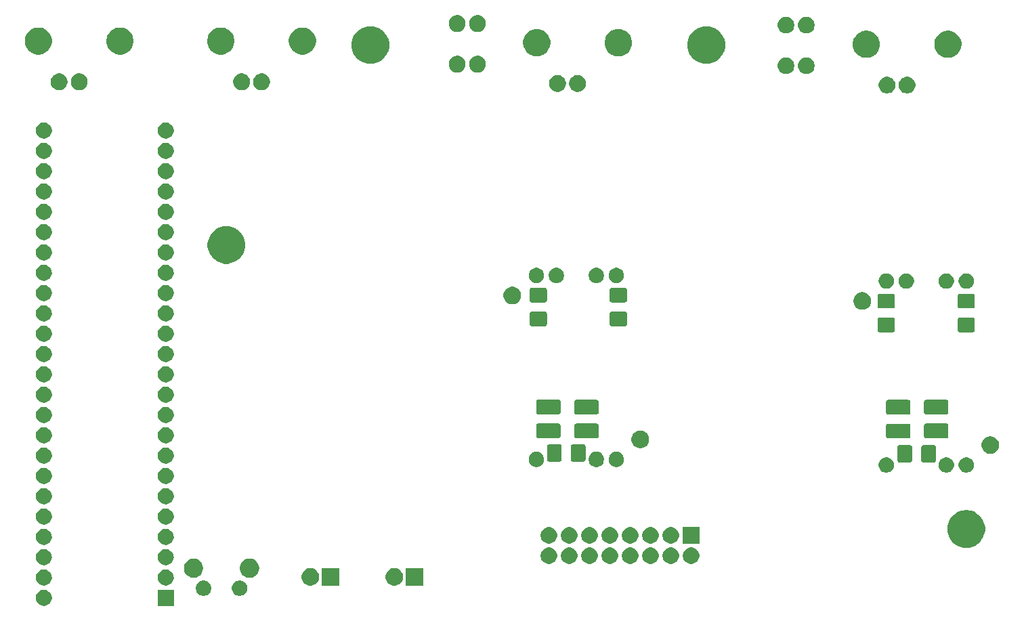
<source format=gbs>
G04 #@! TF.GenerationSoftware,KiCad,Pcbnew,5.0.2-bee76a0~70~ubuntu18.04.1*
G04 #@! TF.CreationDate,2019-03-24T20:45:15+02:00*
G04 #@! TF.ProjectId,stimjim,7374696d-6a69-46d2-9e6b-696361645f70,rev?*
G04 #@! TF.SameCoordinates,Original*
G04 #@! TF.FileFunction,Soldermask,Bot*
G04 #@! TF.FilePolarity,Negative*
%FSLAX46Y46*%
G04 Gerber Fmt 4.6, Leading zero omitted, Abs format (unit mm)*
G04 Created by KiCad (PCBNEW 5.0.2-bee76a0~70~ubuntu18.04.1) date Sun Mar 24 20:45:15 2019*
%MOMM*%
%LPD*%
G01*
G04 APERTURE LIST*
%ADD10C,0.100000*%
G04 APERTURE END LIST*
D10*
G36*
X37420000Y-136110000D02*
X35420000Y-136110000D01*
X35420000Y-134110000D01*
X37420000Y-134110000D01*
X37420000Y-136110000D01*
X37420000Y-136110000D01*
G37*
G36*
X21355770Y-134125372D02*
X21471689Y-134148429D01*
X21653678Y-134223811D01*
X21817463Y-134333249D01*
X21956751Y-134472537D01*
X22066189Y-134636322D01*
X22141571Y-134818311D01*
X22180000Y-135011509D01*
X22180000Y-135208491D01*
X22141571Y-135401689D01*
X22066189Y-135583678D01*
X21956751Y-135747463D01*
X21817463Y-135886751D01*
X21653678Y-135996189D01*
X21471689Y-136071571D01*
X21355770Y-136094628D01*
X21278493Y-136110000D01*
X21081507Y-136110000D01*
X21004230Y-136094628D01*
X20888311Y-136071571D01*
X20706322Y-135996189D01*
X20542537Y-135886751D01*
X20403249Y-135747463D01*
X20293811Y-135583678D01*
X20218429Y-135401689D01*
X20180000Y-135208491D01*
X20180000Y-135011509D01*
X20218429Y-134818311D01*
X20293811Y-134636322D01*
X20403249Y-134472537D01*
X20542537Y-134333249D01*
X20706322Y-134223811D01*
X20888311Y-134148429D01*
X21004230Y-134125372D01*
X21081507Y-134110000D01*
X21278493Y-134110000D01*
X21355770Y-134125372D01*
X21355770Y-134125372D01*
G37*
G36*
X45930603Y-132974968D02*
X45930606Y-132974969D01*
X45930605Y-132974969D01*
X46105678Y-133047486D01*
X46105679Y-133047487D01*
X46263241Y-133152767D01*
X46397233Y-133286759D01*
X46442444Y-133354422D01*
X46502514Y-133444322D01*
X46507429Y-133456189D01*
X46575032Y-133619397D01*
X46612000Y-133805250D01*
X46612000Y-133994750D01*
X46575032Y-134180603D01*
X46575031Y-134180605D01*
X46502514Y-134355678D01*
X46502513Y-134355679D01*
X46397233Y-134513241D01*
X46263241Y-134647233D01*
X46183923Y-134700232D01*
X46105678Y-134752514D01*
X45970266Y-134808603D01*
X45930603Y-134825032D01*
X45744750Y-134862000D01*
X45555250Y-134862000D01*
X45369397Y-134825032D01*
X45329734Y-134808603D01*
X45194322Y-134752514D01*
X45116077Y-134700232D01*
X45036759Y-134647233D01*
X44902767Y-134513241D01*
X44797487Y-134355679D01*
X44797486Y-134355678D01*
X44724969Y-134180605D01*
X44724968Y-134180603D01*
X44688000Y-133994750D01*
X44688000Y-133805250D01*
X44724968Y-133619397D01*
X44792571Y-133456189D01*
X44797486Y-133444322D01*
X44857556Y-133354422D01*
X44902767Y-133286759D01*
X45036759Y-133152767D01*
X45194321Y-133047487D01*
X45194322Y-133047486D01*
X45369395Y-132974969D01*
X45369394Y-132974969D01*
X45369397Y-132974968D01*
X45555250Y-132938000D01*
X45744750Y-132938000D01*
X45930603Y-132974968D01*
X45930603Y-132974968D01*
G37*
G36*
X41430603Y-132974968D02*
X41430606Y-132974969D01*
X41430605Y-132974969D01*
X41605678Y-133047486D01*
X41605679Y-133047487D01*
X41763241Y-133152767D01*
X41897233Y-133286759D01*
X41942444Y-133354422D01*
X42002514Y-133444322D01*
X42007429Y-133456189D01*
X42075032Y-133619397D01*
X42112000Y-133805250D01*
X42112000Y-133994750D01*
X42075032Y-134180603D01*
X42075031Y-134180605D01*
X42002514Y-134355678D01*
X42002513Y-134355679D01*
X41897233Y-134513241D01*
X41763241Y-134647233D01*
X41683923Y-134700232D01*
X41605678Y-134752514D01*
X41470266Y-134808603D01*
X41430603Y-134825032D01*
X41244750Y-134862000D01*
X41055250Y-134862000D01*
X40869397Y-134825032D01*
X40829734Y-134808603D01*
X40694322Y-134752514D01*
X40616077Y-134700232D01*
X40536759Y-134647233D01*
X40402767Y-134513241D01*
X40297487Y-134355679D01*
X40297486Y-134355678D01*
X40224969Y-134180605D01*
X40224968Y-134180603D01*
X40188000Y-133994750D01*
X40188000Y-133805250D01*
X40224968Y-133619397D01*
X40292571Y-133456189D01*
X40297486Y-133444322D01*
X40357556Y-133354422D01*
X40402767Y-133286759D01*
X40536759Y-133152767D01*
X40694321Y-133047487D01*
X40694322Y-133047486D01*
X40869395Y-132974969D01*
X40869394Y-132974969D01*
X40869397Y-132974968D01*
X41055250Y-132938000D01*
X41244750Y-132938000D01*
X41430603Y-132974968D01*
X41430603Y-132974968D01*
G37*
G36*
X68600000Y-133600000D02*
X66400000Y-133600000D01*
X66400000Y-131400000D01*
X68600000Y-131400000D01*
X68600000Y-133600000D01*
X68600000Y-133600000D01*
G37*
G36*
X58100000Y-133600000D02*
X55900000Y-133600000D01*
X55900000Y-131400000D01*
X58100000Y-131400000D01*
X58100000Y-133600000D01*
X58100000Y-133600000D01*
G37*
G36*
X54820857Y-131442272D02*
X55021042Y-131525191D01*
X55201213Y-131645578D01*
X55354422Y-131798787D01*
X55474809Y-131978958D01*
X55557728Y-132179143D01*
X55600000Y-132391658D01*
X55600000Y-132608342D01*
X55557728Y-132820857D01*
X55474809Y-133021042D01*
X55474807Y-133021045D01*
X55386794Y-133152766D01*
X55354422Y-133201213D01*
X55201213Y-133354422D01*
X55021042Y-133474809D01*
X54820857Y-133557728D01*
X54608342Y-133600000D01*
X54391658Y-133600000D01*
X54179143Y-133557728D01*
X53978958Y-133474809D01*
X53798787Y-133354422D01*
X53645578Y-133201213D01*
X53613207Y-133152766D01*
X53525193Y-133021045D01*
X53525191Y-133021042D01*
X53442272Y-132820857D01*
X53400000Y-132608342D01*
X53400000Y-132391658D01*
X53442272Y-132179143D01*
X53525191Y-131978958D01*
X53645578Y-131798787D01*
X53798787Y-131645578D01*
X53978958Y-131525191D01*
X54179143Y-131442272D01*
X54391658Y-131400000D01*
X54608342Y-131400000D01*
X54820857Y-131442272D01*
X54820857Y-131442272D01*
G37*
G36*
X65320857Y-131442272D02*
X65521042Y-131525191D01*
X65701213Y-131645578D01*
X65854422Y-131798787D01*
X65974809Y-131978958D01*
X66057728Y-132179143D01*
X66100000Y-132391658D01*
X66100000Y-132608342D01*
X66057728Y-132820857D01*
X65974809Y-133021042D01*
X65974807Y-133021045D01*
X65886794Y-133152766D01*
X65854422Y-133201213D01*
X65701213Y-133354422D01*
X65521042Y-133474809D01*
X65320857Y-133557728D01*
X65108342Y-133600000D01*
X64891658Y-133600000D01*
X64679143Y-133557728D01*
X64478958Y-133474809D01*
X64298787Y-133354422D01*
X64145578Y-133201213D01*
X64113207Y-133152766D01*
X64025193Y-133021045D01*
X64025191Y-133021042D01*
X63942272Y-132820857D01*
X63900000Y-132608342D01*
X63900000Y-132391658D01*
X63942272Y-132179143D01*
X64025191Y-131978958D01*
X64145578Y-131798787D01*
X64298787Y-131645578D01*
X64478958Y-131525191D01*
X64679143Y-131442272D01*
X64891658Y-131400000D01*
X65108342Y-131400000D01*
X65320857Y-131442272D01*
X65320857Y-131442272D01*
G37*
G36*
X36595770Y-131585372D02*
X36711689Y-131608429D01*
X36893678Y-131683811D01*
X37057463Y-131793249D01*
X37196751Y-131932537D01*
X37306189Y-132096322D01*
X37381571Y-132278311D01*
X37392270Y-132332099D01*
X37418393Y-132463427D01*
X37420000Y-132471509D01*
X37420000Y-132668491D01*
X37381571Y-132861689D01*
X37306189Y-133043678D01*
X37196751Y-133207463D01*
X37057463Y-133346751D01*
X36893678Y-133456189D01*
X36711689Y-133531571D01*
X36595770Y-133554628D01*
X36518493Y-133570000D01*
X36321507Y-133570000D01*
X36244230Y-133554628D01*
X36128311Y-133531571D01*
X35946322Y-133456189D01*
X35782537Y-133346751D01*
X35643249Y-133207463D01*
X35533811Y-133043678D01*
X35458429Y-132861689D01*
X35420000Y-132668491D01*
X35420000Y-132471509D01*
X35421608Y-132463427D01*
X35447730Y-132332099D01*
X35458429Y-132278311D01*
X35533811Y-132096322D01*
X35643249Y-131932537D01*
X35782537Y-131793249D01*
X35946322Y-131683811D01*
X36128311Y-131608429D01*
X36244230Y-131585372D01*
X36321507Y-131570000D01*
X36518493Y-131570000D01*
X36595770Y-131585372D01*
X36595770Y-131585372D01*
G37*
G36*
X21355770Y-131585372D02*
X21471689Y-131608429D01*
X21653678Y-131683811D01*
X21817463Y-131793249D01*
X21956751Y-131932537D01*
X22066189Y-132096322D01*
X22141571Y-132278311D01*
X22152270Y-132332099D01*
X22178393Y-132463427D01*
X22180000Y-132471509D01*
X22180000Y-132668491D01*
X22141571Y-132861689D01*
X22066189Y-133043678D01*
X21956751Y-133207463D01*
X21817463Y-133346751D01*
X21653678Y-133456189D01*
X21471689Y-133531571D01*
X21355770Y-133554628D01*
X21278493Y-133570000D01*
X21081507Y-133570000D01*
X21004230Y-133554628D01*
X20888311Y-133531571D01*
X20706322Y-133456189D01*
X20542537Y-133346751D01*
X20403249Y-133207463D01*
X20293811Y-133043678D01*
X20218429Y-132861689D01*
X20180000Y-132668491D01*
X20180000Y-132471509D01*
X20181608Y-132463427D01*
X20207730Y-132332099D01*
X20218429Y-132278311D01*
X20293811Y-132096322D01*
X20403249Y-131932537D01*
X20542537Y-131793249D01*
X20706322Y-131683811D01*
X20888311Y-131608429D01*
X21004230Y-131585372D01*
X21081507Y-131570000D01*
X21278493Y-131570000D01*
X21355770Y-131585372D01*
X21355770Y-131585372D01*
G37*
G36*
X40250026Y-130246115D02*
X40468412Y-130336573D01*
X40664958Y-130467901D01*
X40832099Y-130635042D01*
X40963427Y-130831588D01*
X41053885Y-131049974D01*
X41100000Y-131281809D01*
X41100000Y-131518191D01*
X41053885Y-131750026D01*
X40963427Y-131968412D01*
X40832099Y-132164958D01*
X40664958Y-132332099D01*
X40468412Y-132463427D01*
X40250026Y-132553885D01*
X40018191Y-132600000D01*
X39781809Y-132600000D01*
X39549974Y-132553885D01*
X39331588Y-132463427D01*
X39135042Y-132332099D01*
X38967901Y-132164958D01*
X38836573Y-131968412D01*
X38746115Y-131750026D01*
X38700000Y-131518191D01*
X38700000Y-131281809D01*
X38746115Y-131049974D01*
X38836573Y-130831588D01*
X38967901Y-130635042D01*
X39135042Y-130467901D01*
X39331588Y-130336573D01*
X39549974Y-130246115D01*
X39781809Y-130200000D01*
X40018191Y-130200000D01*
X40250026Y-130246115D01*
X40250026Y-130246115D01*
G37*
G36*
X47250026Y-130246115D02*
X47468412Y-130336573D01*
X47664958Y-130467901D01*
X47832099Y-130635042D01*
X47963427Y-130831588D01*
X48053885Y-131049974D01*
X48100000Y-131281809D01*
X48100000Y-131518191D01*
X48053885Y-131750026D01*
X47963427Y-131968412D01*
X47832099Y-132164958D01*
X47664958Y-132332099D01*
X47468412Y-132463427D01*
X47250026Y-132553885D01*
X47018191Y-132600000D01*
X46781809Y-132600000D01*
X46549974Y-132553885D01*
X46331588Y-132463427D01*
X46135042Y-132332099D01*
X45967901Y-132164958D01*
X45836573Y-131968412D01*
X45746115Y-131750026D01*
X45700000Y-131518191D01*
X45700000Y-131281809D01*
X45746115Y-131049974D01*
X45836573Y-130831588D01*
X45967901Y-130635042D01*
X46135042Y-130467901D01*
X46331588Y-130336573D01*
X46549974Y-130246115D01*
X46781809Y-130200000D01*
X47018191Y-130200000D01*
X47250026Y-130246115D01*
X47250026Y-130246115D01*
G37*
G36*
X36595770Y-129045372D02*
X36711689Y-129068429D01*
X36893678Y-129143811D01*
X37057463Y-129253249D01*
X37196751Y-129392537D01*
X37306189Y-129556322D01*
X37381571Y-129738311D01*
X37404628Y-129854230D01*
X37420000Y-129931507D01*
X37420000Y-130128493D01*
X37416463Y-130146274D01*
X37381571Y-130321689D01*
X37306189Y-130503678D01*
X37196751Y-130667463D01*
X37057463Y-130806751D01*
X36893678Y-130916189D01*
X36711689Y-130991571D01*
X36595770Y-131014628D01*
X36518493Y-131030000D01*
X36321507Y-131030000D01*
X36244230Y-131014628D01*
X36128311Y-130991571D01*
X35946322Y-130916189D01*
X35782537Y-130806751D01*
X35643249Y-130667463D01*
X35533811Y-130503678D01*
X35458429Y-130321689D01*
X35423537Y-130146274D01*
X35420000Y-130128493D01*
X35420000Y-129931507D01*
X35435372Y-129854230D01*
X35458429Y-129738311D01*
X35533811Y-129556322D01*
X35643249Y-129392537D01*
X35782537Y-129253249D01*
X35946322Y-129143811D01*
X36128311Y-129068429D01*
X36244230Y-129045372D01*
X36321507Y-129030000D01*
X36518493Y-129030000D01*
X36595770Y-129045372D01*
X36595770Y-129045372D01*
G37*
G36*
X21355770Y-129045372D02*
X21471689Y-129068429D01*
X21653678Y-129143811D01*
X21817463Y-129253249D01*
X21956751Y-129392537D01*
X22066189Y-129556322D01*
X22141571Y-129738311D01*
X22164628Y-129854230D01*
X22180000Y-129931507D01*
X22180000Y-130128493D01*
X22176463Y-130146274D01*
X22141571Y-130321689D01*
X22066189Y-130503678D01*
X21956751Y-130667463D01*
X21817463Y-130806751D01*
X21653678Y-130916189D01*
X21471689Y-130991571D01*
X21355770Y-131014628D01*
X21278493Y-131030000D01*
X21081507Y-131030000D01*
X21004230Y-131014628D01*
X20888311Y-130991571D01*
X20706322Y-130916189D01*
X20542537Y-130806751D01*
X20403249Y-130667463D01*
X20293811Y-130503678D01*
X20218429Y-130321689D01*
X20183537Y-130146274D01*
X20180000Y-130128493D01*
X20180000Y-129931507D01*
X20195372Y-129854230D01*
X20218429Y-129738311D01*
X20293811Y-129556322D01*
X20403249Y-129392537D01*
X20542537Y-129253249D01*
X20706322Y-129143811D01*
X20888311Y-129068429D01*
X21004230Y-129045372D01*
X21081507Y-129030000D01*
X21278493Y-129030000D01*
X21355770Y-129045372D01*
X21355770Y-129045372D01*
G37*
G36*
X86985888Y-128794470D02*
X87166274Y-128830350D01*
X87357362Y-128909502D01*
X87529336Y-129024411D01*
X87675589Y-129170664D01*
X87790498Y-129342638D01*
X87869650Y-129533726D01*
X87910000Y-129736584D01*
X87910000Y-129943416D01*
X87869650Y-130146274D01*
X87790498Y-130337362D01*
X87675589Y-130509336D01*
X87529336Y-130655589D01*
X87357362Y-130770498D01*
X87166274Y-130849650D01*
X86985888Y-130885530D01*
X86963417Y-130890000D01*
X86756583Y-130890000D01*
X86734112Y-130885530D01*
X86553726Y-130849650D01*
X86362638Y-130770498D01*
X86190664Y-130655589D01*
X86044411Y-130509336D01*
X85929502Y-130337362D01*
X85850350Y-130146274D01*
X85810000Y-129943416D01*
X85810000Y-129736584D01*
X85850350Y-129533726D01*
X85929502Y-129342638D01*
X86044411Y-129170664D01*
X86190664Y-129024411D01*
X86362638Y-128909502D01*
X86553726Y-128830350D01*
X86734112Y-128794470D01*
X86756583Y-128790000D01*
X86963417Y-128790000D01*
X86985888Y-128794470D01*
X86985888Y-128794470D01*
G37*
G36*
X89525888Y-128794470D02*
X89706274Y-128830350D01*
X89897362Y-128909502D01*
X90069336Y-129024411D01*
X90215589Y-129170664D01*
X90330498Y-129342638D01*
X90409650Y-129533726D01*
X90450000Y-129736584D01*
X90450000Y-129943416D01*
X90409650Y-130146274D01*
X90330498Y-130337362D01*
X90215589Y-130509336D01*
X90069336Y-130655589D01*
X89897362Y-130770498D01*
X89706274Y-130849650D01*
X89525888Y-130885530D01*
X89503417Y-130890000D01*
X89296583Y-130890000D01*
X89274112Y-130885530D01*
X89093726Y-130849650D01*
X88902638Y-130770498D01*
X88730664Y-130655589D01*
X88584411Y-130509336D01*
X88469502Y-130337362D01*
X88390350Y-130146274D01*
X88350000Y-129943416D01*
X88350000Y-129736584D01*
X88390350Y-129533726D01*
X88469502Y-129342638D01*
X88584411Y-129170664D01*
X88730664Y-129024411D01*
X88902638Y-128909502D01*
X89093726Y-128830350D01*
X89274112Y-128794470D01*
X89296583Y-128790000D01*
X89503417Y-128790000D01*
X89525888Y-128794470D01*
X89525888Y-128794470D01*
G37*
G36*
X84445888Y-128794470D02*
X84626274Y-128830350D01*
X84817362Y-128909502D01*
X84989336Y-129024411D01*
X85135589Y-129170664D01*
X85250498Y-129342638D01*
X85329650Y-129533726D01*
X85370000Y-129736584D01*
X85370000Y-129943416D01*
X85329650Y-130146274D01*
X85250498Y-130337362D01*
X85135589Y-130509336D01*
X84989336Y-130655589D01*
X84817362Y-130770498D01*
X84626274Y-130849650D01*
X84445888Y-130885530D01*
X84423417Y-130890000D01*
X84216583Y-130890000D01*
X84194112Y-130885530D01*
X84013726Y-130849650D01*
X83822638Y-130770498D01*
X83650664Y-130655589D01*
X83504411Y-130509336D01*
X83389502Y-130337362D01*
X83310350Y-130146274D01*
X83270000Y-129943416D01*
X83270000Y-129736584D01*
X83310350Y-129533726D01*
X83389502Y-129342638D01*
X83504411Y-129170664D01*
X83650664Y-129024411D01*
X83822638Y-128909502D01*
X84013726Y-128830350D01*
X84194112Y-128794470D01*
X84216583Y-128790000D01*
X84423417Y-128790000D01*
X84445888Y-128794470D01*
X84445888Y-128794470D01*
G37*
G36*
X92065888Y-128794470D02*
X92246274Y-128830350D01*
X92437362Y-128909502D01*
X92609336Y-129024411D01*
X92755589Y-129170664D01*
X92870498Y-129342638D01*
X92949650Y-129533726D01*
X92990000Y-129736584D01*
X92990000Y-129943416D01*
X92949650Y-130146274D01*
X92870498Y-130337362D01*
X92755589Y-130509336D01*
X92609336Y-130655589D01*
X92437362Y-130770498D01*
X92246274Y-130849650D01*
X92065888Y-130885530D01*
X92043417Y-130890000D01*
X91836583Y-130890000D01*
X91814112Y-130885530D01*
X91633726Y-130849650D01*
X91442638Y-130770498D01*
X91270664Y-130655589D01*
X91124411Y-130509336D01*
X91009502Y-130337362D01*
X90930350Y-130146274D01*
X90890000Y-129943416D01*
X90890000Y-129736584D01*
X90930350Y-129533726D01*
X91009502Y-129342638D01*
X91124411Y-129170664D01*
X91270664Y-129024411D01*
X91442638Y-128909502D01*
X91633726Y-128830350D01*
X91814112Y-128794470D01*
X91836583Y-128790000D01*
X92043417Y-128790000D01*
X92065888Y-128794470D01*
X92065888Y-128794470D01*
G37*
G36*
X99685888Y-128794470D02*
X99866274Y-128830350D01*
X100057362Y-128909502D01*
X100229336Y-129024411D01*
X100375589Y-129170664D01*
X100490498Y-129342638D01*
X100569650Y-129533726D01*
X100610000Y-129736584D01*
X100610000Y-129943416D01*
X100569650Y-130146274D01*
X100490498Y-130337362D01*
X100375589Y-130509336D01*
X100229336Y-130655589D01*
X100057362Y-130770498D01*
X99866274Y-130849650D01*
X99685888Y-130885530D01*
X99663417Y-130890000D01*
X99456583Y-130890000D01*
X99434112Y-130885530D01*
X99253726Y-130849650D01*
X99062638Y-130770498D01*
X98890664Y-130655589D01*
X98744411Y-130509336D01*
X98629502Y-130337362D01*
X98550350Y-130146274D01*
X98510000Y-129943416D01*
X98510000Y-129736584D01*
X98550350Y-129533726D01*
X98629502Y-129342638D01*
X98744411Y-129170664D01*
X98890664Y-129024411D01*
X99062638Y-128909502D01*
X99253726Y-128830350D01*
X99434112Y-128794470D01*
X99456583Y-128790000D01*
X99663417Y-128790000D01*
X99685888Y-128794470D01*
X99685888Y-128794470D01*
G37*
G36*
X102225888Y-128794470D02*
X102406274Y-128830350D01*
X102597362Y-128909502D01*
X102769336Y-129024411D01*
X102915589Y-129170664D01*
X103030498Y-129342638D01*
X103109650Y-129533726D01*
X103150000Y-129736584D01*
X103150000Y-129943416D01*
X103109650Y-130146274D01*
X103030498Y-130337362D01*
X102915589Y-130509336D01*
X102769336Y-130655589D01*
X102597362Y-130770498D01*
X102406274Y-130849650D01*
X102225888Y-130885530D01*
X102203417Y-130890000D01*
X101996583Y-130890000D01*
X101974112Y-130885530D01*
X101793726Y-130849650D01*
X101602638Y-130770498D01*
X101430664Y-130655589D01*
X101284411Y-130509336D01*
X101169502Y-130337362D01*
X101090350Y-130146274D01*
X101050000Y-129943416D01*
X101050000Y-129736584D01*
X101090350Y-129533726D01*
X101169502Y-129342638D01*
X101284411Y-129170664D01*
X101430664Y-129024411D01*
X101602638Y-128909502D01*
X101793726Y-128830350D01*
X101974112Y-128794470D01*
X101996583Y-128790000D01*
X102203417Y-128790000D01*
X102225888Y-128794470D01*
X102225888Y-128794470D01*
G37*
G36*
X97145888Y-128794470D02*
X97326274Y-128830350D01*
X97517362Y-128909502D01*
X97689336Y-129024411D01*
X97835589Y-129170664D01*
X97950498Y-129342638D01*
X98029650Y-129533726D01*
X98070000Y-129736584D01*
X98070000Y-129943416D01*
X98029650Y-130146274D01*
X97950498Y-130337362D01*
X97835589Y-130509336D01*
X97689336Y-130655589D01*
X97517362Y-130770498D01*
X97326274Y-130849650D01*
X97145888Y-130885530D01*
X97123417Y-130890000D01*
X96916583Y-130890000D01*
X96894112Y-130885530D01*
X96713726Y-130849650D01*
X96522638Y-130770498D01*
X96350664Y-130655589D01*
X96204411Y-130509336D01*
X96089502Y-130337362D01*
X96010350Y-130146274D01*
X95970000Y-129943416D01*
X95970000Y-129736584D01*
X96010350Y-129533726D01*
X96089502Y-129342638D01*
X96204411Y-129170664D01*
X96350664Y-129024411D01*
X96522638Y-128909502D01*
X96713726Y-128830350D01*
X96894112Y-128794470D01*
X96916583Y-128790000D01*
X97123417Y-128790000D01*
X97145888Y-128794470D01*
X97145888Y-128794470D01*
G37*
G36*
X94605888Y-128794470D02*
X94786274Y-128830350D01*
X94977362Y-128909502D01*
X95149336Y-129024411D01*
X95295589Y-129170664D01*
X95410498Y-129342638D01*
X95489650Y-129533726D01*
X95530000Y-129736584D01*
X95530000Y-129943416D01*
X95489650Y-130146274D01*
X95410498Y-130337362D01*
X95295589Y-130509336D01*
X95149336Y-130655589D01*
X94977362Y-130770498D01*
X94786274Y-130849650D01*
X94605888Y-130885530D01*
X94583417Y-130890000D01*
X94376583Y-130890000D01*
X94354112Y-130885530D01*
X94173726Y-130849650D01*
X93982638Y-130770498D01*
X93810664Y-130655589D01*
X93664411Y-130509336D01*
X93549502Y-130337362D01*
X93470350Y-130146274D01*
X93430000Y-129943416D01*
X93430000Y-129736584D01*
X93470350Y-129533726D01*
X93549502Y-129342638D01*
X93664411Y-129170664D01*
X93810664Y-129024411D01*
X93982638Y-128909502D01*
X94173726Y-128830350D01*
X94354112Y-128794470D01*
X94376583Y-128790000D01*
X94583417Y-128790000D01*
X94605888Y-128794470D01*
X94605888Y-128794470D01*
G37*
G36*
X136844959Y-124172577D02*
X137185470Y-124240309D01*
X137613143Y-124417457D01*
X137998038Y-124674636D01*
X138325364Y-125001962D01*
X138582543Y-125386857D01*
X138759691Y-125814530D01*
X138850000Y-126268545D01*
X138850000Y-126731455D01*
X138759691Y-127185470D01*
X138582543Y-127613143D01*
X138325364Y-127998038D01*
X137998038Y-128325364D01*
X137613143Y-128582543D01*
X137185470Y-128759691D01*
X136844959Y-128827423D01*
X136731456Y-128850000D01*
X136268544Y-128850000D01*
X136155041Y-128827423D01*
X135814530Y-128759691D01*
X135386857Y-128582543D01*
X135001962Y-128325364D01*
X134674636Y-127998038D01*
X134417457Y-127613143D01*
X134240309Y-127185470D01*
X134150000Y-126731455D01*
X134150000Y-126268545D01*
X134240309Y-125814530D01*
X134417457Y-125386857D01*
X134674636Y-125001962D01*
X135001962Y-124674636D01*
X135386857Y-124417457D01*
X135814530Y-124240309D01*
X136155041Y-124172577D01*
X136268544Y-124150000D01*
X136731456Y-124150000D01*
X136844959Y-124172577D01*
X136844959Y-124172577D01*
G37*
G36*
X36595770Y-126505372D02*
X36711689Y-126528429D01*
X36893678Y-126603811D01*
X37057463Y-126713249D01*
X37196751Y-126852537D01*
X37306189Y-127016322D01*
X37381571Y-127198311D01*
X37404628Y-127314230D01*
X37420000Y-127391507D01*
X37420000Y-127588493D01*
X37404628Y-127665770D01*
X37381571Y-127781689D01*
X37306189Y-127963678D01*
X37196751Y-128127463D01*
X37057463Y-128266751D01*
X36893678Y-128376189D01*
X36711689Y-128451571D01*
X36595770Y-128474628D01*
X36518493Y-128490000D01*
X36321507Y-128490000D01*
X36244230Y-128474628D01*
X36128311Y-128451571D01*
X35946322Y-128376189D01*
X35782537Y-128266751D01*
X35643249Y-128127463D01*
X35533811Y-127963678D01*
X35458429Y-127781689D01*
X35435372Y-127665770D01*
X35420000Y-127588493D01*
X35420000Y-127391507D01*
X35435372Y-127314230D01*
X35458429Y-127198311D01*
X35533811Y-127016322D01*
X35643249Y-126852537D01*
X35782537Y-126713249D01*
X35946322Y-126603811D01*
X36128311Y-126528429D01*
X36244230Y-126505372D01*
X36321507Y-126490000D01*
X36518493Y-126490000D01*
X36595770Y-126505372D01*
X36595770Y-126505372D01*
G37*
G36*
X21355770Y-126505372D02*
X21471689Y-126528429D01*
X21653678Y-126603811D01*
X21817463Y-126713249D01*
X21956751Y-126852537D01*
X22066189Y-127016322D01*
X22141571Y-127198311D01*
X22164628Y-127314230D01*
X22180000Y-127391507D01*
X22180000Y-127588493D01*
X22164628Y-127665770D01*
X22141571Y-127781689D01*
X22066189Y-127963678D01*
X21956751Y-128127463D01*
X21817463Y-128266751D01*
X21653678Y-128376189D01*
X21471689Y-128451571D01*
X21355770Y-128474628D01*
X21278493Y-128490000D01*
X21081507Y-128490000D01*
X21004230Y-128474628D01*
X20888311Y-128451571D01*
X20706322Y-128376189D01*
X20542537Y-128266751D01*
X20403249Y-128127463D01*
X20293811Y-127963678D01*
X20218429Y-127781689D01*
X20195372Y-127665770D01*
X20180000Y-127588493D01*
X20180000Y-127391507D01*
X20195372Y-127314230D01*
X20218429Y-127198311D01*
X20293811Y-127016322D01*
X20403249Y-126852537D01*
X20542537Y-126713249D01*
X20706322Y-126603811D01*
X20888311Y-126528429D01*
X21004230Y-126505372D01*
X21081507Y-126490000D01*
X21278493Y-126490000D01*
X21355770Y-126505372D01*
X21355770Y-126505372D01*
G37*
G36*
X94605888Y-126254470D02*
X94786274Y-126290350D01*
X94977362Y-126369502D01*
X95149336Y-126484411D01*
X95295589Y-126630664D01*
X95410498Y-126802638D01*
X95489650Y-126993726D01*
X95530000Y-127196584D01*
X95530000Y-127403416D01*
X95489650Y-127606274D01*
X95410498Y-127797362D01*
X95295589Y-127969336D01*
X95149336Y-128115589D01*
X94977362Y-128230498D01*
X94786274Y-128309650D01*
X94605888Y-128345530D01*
X94583417Y-128350000D01*
X94376583Y-128350000D01*
X94354112Y-128345530D01*
X94173726Y-128309650D01*
X93982638Y-128230498D01*
X93810664Y-128115589D01*
X93664411Y-127969336D01*
X93549502Y-127797362D01*
X93470350Y-127606274D01*
X93430000Y-127403416D01*
X93430000Y-127196584D01*
X93470350Y-126993726D01*
X93549502Y-126802638D01*
X93664411Y-126630664D01*
X93810664Y-126484411D01*
X93982638Y-126369502D01*
X94173726Y-126290350D01*
X94354112Y-126254470D01*
X94376583Y-126250000D01*
X94583417Y-126250000D01*
X94605888Y-126254470D01*
X94605888Y-126254470D01*
G37*
G36*
X103150000Y-128350000D02*
X101050000Y-128350000D01*
X101050000Y-126250000D01*
X103150000Y-126250000D01*
X103150000Y-128350000D01*
X103150000Y-128350000D01*
G37*
G36*
X99685888Y-126254470D02*
X99866274Y-126290350D01*
X100057362Y-126369502D01*
X100229336Y-126484411D01*
X100375589Y-126630664D01*
X100490498Y-126802638D01*
X100569650Y-126993726D01*
X100610000Y-127196584D01*
X100610000Y-127403416D01*
X100569650Y-127606274D01*
X100490498Y-127797362D01*
X100375589Y-127969336D01*
X100229336Y-128115589D01*
X100057362Y-128230498D01*
X99866274Y-128309650D01*
X99685888Y-128345530D01*
X99663417Y-128350000D01*
X99456583Y-128350000D01*
X99434112Y-128345530D01*
X99253726Y-128309650D01*
X99062638Y-128230498D01*
X98890664Y-128115589D01*
X98744411Y-127969336D01*
X98629502Y-127797362D01*
X98550350Y-127606274D01*
X98510000Y-127403416D01*
X98510000Y-127196584D01*
X98550350Y-126993726D01*
X98629502Y-126802638D01*
X98744411Y-126630664D01*
X98890664Y-126484411D01*
X99062638Y-126369502D01*
X99253726Y-126290350D01*
X99434112Y-126254470D01*
X99456583Y-126250000D01*
X99663417Y-126250000D01*
X99685888Y-126254470D01*
X99685888Y-126254470D01*
G37*
G36*
X86985888Y-126254470D02*
X87166274Y-126290350D01*
X87357362Y-126369502D01*
X87529336Y-126484411D01*
X87675589Y-126630664D01*
X87790498Y-126802638D01*
X87869650Y-126993726D01*
X87910000Y-127196584D01*
X87910000Y-127403416D01*
X87869650Y-127606274D01*
X87790498Y-127797362D01*
X87675589Y-127969336D01*
X87529336Y-128115589D01*
X87357362Y-128230498D01*
X87166274Y-128309650D01*
X86985888Y-128345530D01*
X86963417Y-128350000D01*
X86756583Y-128350000D01*
X86734112Y-128345530D01*
X86553726Y-128309650D01*
X86362638Y-128230498D01*
X86190664Y-128115589D01*
X86044411Y-127969336D01*
X85929502Y-127797362D01*
X85850350Y-127606274D01*
X85810000Y-127403416D01*
X85810000Y-127196584D01*
X85850350Y-126993726D01*
X85929502Y-126802638D01*
X86044411Y-126630664D01*
X86190664Y-126484411D01*
X86362638Y-126369502D01*
X86553726Y-126290350D01*
X86734112Y-126254470D01*
X86756583Y-126250000D01*
X86963417Y-126250000D01*
X86985888Y-126254470D01*
X86985888Y-126254470D01*
G37*
G36*
X89525888Y-126254470D02*
X89706274Y-126290350D01*
X89897362Y-126369502D01*
X90069336Y-126484411D01*
X90215589Y-126630664D01*
X90330498Y-126802638D01*
X90409650Y-126993726D01*
X90450000Y-127196584D01*
X90450000Y-127403416D01*
X90409650Y-127606274D01*
X90330498Y-127797362D01*
X90215589Y-127969336D01*
X90069336Y-128115589D01*
X89897362Y-128230498D01*
X89706274Y-128309650D01*
X89525888Y-128345530D01*
X89503417Y-128350000D01*
X89296583Y-128350000D01*
X89274112Y-128345530D01*
X89093726Y-128309650D01*
X88902638Y-128230498D01*
X88730664Y-128115589D01*
X88584411Y-127969336D01*
X88469502Y-127797362D01*
X88390350Y-127606274D01*
X88350000Y-127403416D01*
X88350000Y-127196584D01*
X88390350Y-126993726D01*
X88469502Y-126802638D01*
X88584411Y-126630664D01*
X88730664Y-126484411D01*
X88902638Y-126369502D01*
X89093726Y-126290350D01*
X89274112Y-126254470D01*
X89296583Y-126250000D01*
X89503417Y-126250000D01*
X89525888Y-126254470D01*
X89525888Y-126254470D01*
G37*
G36*
X92065888Y-126254470D02*
X92246274Y-126290350D01*
X92437362Y-126369502D01*
X92609336Y-126484411D01*
X92755589Y-126630664D01*
X92870498Y-126802638D01*
X92949650Y-126993726D01*
X92990000Y-127196584D01*
X92990000Y-127403416D01*
X92949650Y-127606274D01*
X92870498Y-127797362D01*
X92755589Y-127969336D01*
X92609336Y-128115589D01*
X92437362Y-128230498D01*
X92246274Y-128309650D01*
X92065888Y-128345530D01*
X92043417Y-128350000D01*
X91836583Y-128350000D01*
X91814112Y-128345530D01*
X91633726Y-128309650D01*
X91442638Y-128230498D01*
X91270664Y-128115589D01*
X91124411Y-127969336D01*
X91009502Y-127797362D01*
X90930350Y-127606274D01*
X90890000Y-127403416D01*
X90890000Y-127196584D01*
X90930350Y-126993726D01*
X91009502Y-126802638D01*
X91124411Y-126630664D01*
X91270664Y-126484411D01*
X91442638Y-126369502D01*
X91633726Y-126290350D01*
X91814112Y-126254470D01*
X91836583Y-126250000D01*
X92043417Y-126250000D01*
X92065888Y-126254470D01*
X92065888Y-126254470D01*
G37*
G36*
X84445888Y-126254470D02*
X84626274Y-126290350D01*
X84817362Y-126369502D01*
X84989336Y-126484411D01*
X85135589Y-126630664D01*
X85250498Y-126802638D01*
X85329650Y-126993726D01*
X85370000Y-127196584D01*
X85370000Y-127403416D01*
X85329650Y-127606274D01*
X85250498Y-127797362D01*
X85135589Y-127969336D01*
X84989336Y-128115589D01*
X84817362Y-128230498D01*
X84626274Y-128309650D01*
X84445888Y-128345530D01*
X84423417Y-128350000D01*
X84216583Y-128350000D01*
X84194112Y-128345530D01*
X84013726Y-128309650D01*
X83822638Y-128230498D01*
X83650664Y-128115589D01*
X83504411Y-127969336D01*
X83389502Y-127797362D01*
X83310350Y-127606274D01*
X83270000Y-127403416D01*
X83270000Y-127196584D01*
X83310350Y-126993726D01*
X83389502Y-126802638D01*
X83504411Y-126630664D01*
X83650664Y-126484411D01*
X83822638Y-126369502D01*
X84013726Y-126290350D01*
X84194112Y-126254470D01*
X84216583Y-126250000D01*
X84423417Y-126250000D01*
X84445888Y-126254470D01*
X84445888Y-126254470D01*
G37*
G36*
X97145888Y-126254470D02*
X97326274Y-126290350D01*
X97517362Y-126369502D01*
X97689336Y-126484411D01*
X97835589Y-126630664D01*
X97950498Y-126802638D01*
X98029650Y-126993726D01*
X98070000Y-127196584D01*
X98070000Y-127403416D01*
X98029650Y-127606274D01*
X97950498Y-127797362D01*
X97835589Y-127969336D01*
X97689336Y-128115589D01*
X97517362Y-128230498D01*
X97326274Y-128309650D01*
X97145888Y-128345530D01*
X97123417Y-128350000D01*
X96916583Y-128350000D01*
X96894112Y-128345530D01*
X96713726Y-128309650D01*
X96522638Y-128230498D01*
X96350664Y-128115589D01*
X96204411Y-127969336D01*
X96089502Y-127797362D01*
X96010350Y-127606274D01*
X95970000Y-127403416D01*
X95970000Y-127196584D01*
X96010350Y-126993726D01*
X96089502Y-126802638D01*
X96204411Y-126630664D01*
X96350664Y-126484411D01*
X96522638Y-126369502D01*
X96713726Y-126290350D01*
X96894112Y-126254470D01*
X96916583Y-126250000D01*
X97123417Y-126250000D01*
X97145888Y-126254470D01*
X97145888Y-126254470D01*
G37*
G36*
X21355770Y-123965372D02*
X21471689Y-123988429D01*
X21653678Y-124063811D01*
X21817463Y-124173249D01*
X21956751Y-124312537D01*
X22066189Y-124476322D01*
X22141571Y-124658311D01*
X22180000Y-124851509D01*
X22180000Y-125048491D01*
X22141571Y-125241689D01*
X22066189Y-125423678D01*
X21956751Y-125587463D01*
X21817463Y-125726751D01*
X21653678Y-125836189D01*
X21471689Y-125911571D01*
X21355770Y-125934628D01*
X21278493Y-125950000D01*
X21081507Y-125950000D01*
X21004230Y-125934628D01*
X20888311Y-125911571D01*
X20706322Y-125836189D01*
X20542537Y-125726751D01*
X20403249Y-125587463D01*
X20293811Y-125423678D01*
X20218429Y-125241689D01*
X20180000Y-125048491D01*
X20180000Y-124851509D01*
X20218429Y-124658311D01*
X20293811Y-124476322D01*
X20403249Y-124312537D01*
X20542537Y-124173249D01*
X20706322Y-124063811D01*
X20888311Y-123988429D01*
X21004230Y-123965372D01*
X21081507Y-123950000D01*
X21278493Y-123950000D01*
X21355770Y-123965372D01*
X21355770Y-123965372D01*
G37*
G36*
X36595770Y-123965372D02*
X36711689Y-123988429D01*
X36893678Y-124063811D01*
X37057463Y-124173249D01*
X37196751Y-124312537D01*
X37306189Y-124476322D01*
X37381571Y-124658311D01*
X37420000Y-124851509D01*
X37420000Y-125048491D01*
X37381571Y-125241689D01*
X37306189Y-125423678D01*
X37196751Y-125587463D01*
X37057463Y-125726751D01*
X36893678Y-125836189D01*
X36711689Y-125911571D01*
X36595770Y-125934628D01*
X36518493Y-125950000D01*
X36321507Y-125950000D01*
X36244230Y-125934628D01*
X36128311Y-125911571D01*
X35946322Y-125836189D01*
X35782537Y-125726751D01*
X35643249Y-125587463D01*
X35533811Y-125423678D01*
X35458429Y-125241689D01*
X35420000Y-125048491D01*
X35420000Y-124851509D01*
X35458429Y-124658311D01*
X35533811Y-124476322D01*
X35643249Y-124312537D01*
X35782537Y-124173249D01*
X35946322Y-124063811D01*
X36128311Y-123988429D01*
X36244230Y-123965372D01*
X36321507Y-123950000D01*
X36518493Y-123950000D01*
X36595770Y-123965372D01*
X36595770Y-123965372D01*
G37*
G36*
X36595770Y-121425372D02*
X36711689Y-121448429D01*
X36893678Y-121523811D01*
X37057463Y-121633249D01*
X37196751Y-121772537D01*
X37306189Y-121936322D01*
X37381571Y-122118311D01*
X37420000Y-122311509D01*
X37420000Y-122508491D01*
X37381571Y-122701689D01*
X37306189Y-122883678D01*
X37196751Y-123047463D01*
X37057463Y-123186751D01*
X36893678Y-123296189D01*
X36711689Y-123371571D01*
X36595770Y-123394628D01*
X36518493Y-123410000D01*
X36321507Y-123410000D01*
X36244230Y-123394628D01*
X36128311Y-123371571D01*
X35946322Y-123296189D01*
X35782537Y-123186751D01*
X35643249Y-123047463D01*
X35533811Y-122883678D01*
X35458429Y-122701689D01*
X35420000Y-122508491D01*
X35420000Y-122311509D01*
X35458429Y-122118311D01*
X35533811Y-121936322D01*
X35643249Y-121772537D01*
X35782537Y-121633249D01*
X35946322Y-121523811D01*
X36128311Y-121448429D01*
X36244230Y-121425372D01*
X36321507Y-121410000D01*
X36518493Y-121410000D01*
X36595770Y-121425372D01*
X36595770Y-121425372D01*
G37*
G36*
X21355770Y-121425372D02*
X21471689Y-121448429D01*
X21653678Y-121523811D01*
X21817463Y-121633249D01*
X21956751Y-121772537D01*
X22066189Y-121936322D01*
X22141571Y-122118311D01*
X22180000Y-122311509D01*
X22180000Y-122508491D01*
X22141571Y-122701689D01*
X22066189Y-122883678D01*
X21956751Y-123047463D01*
X21817463Y-123186751D01*
X21653678Y-123296189D01*
X21471689Y-123371571D01*
X21355770Y-123394628D01*
X21278493Y-123410000D01*
X21081507Y-123410000D01*
X21004230Y-123394628D01*
X20888311Y-123371571D01*
X20706322Y-123296189D01*
X20542537Y-123186751D01*
X20403249Y-123047463D01*
X20293811Y-122883678D01*
X20218429Y-122701689D01*
X20180000Y-122508491D01*
X20180000Y-122311509D01*
X20218429Y-122118311D01*
X20293811Y-121936322D01*
X20403249Y-121772537D01*
X20542537Y-121633249D01*
X20706322Y-121523811D01*
X20888311Y-121448429D01*
X21004230Y-121425372D01*
X21081507Y-121410000D01*
X21278493Y-121410000D01*
X21355770Y-121425372D01*
X21355770Y-121425372D01*
G37*
G36*
X21355770Y-118885372D02*
X21471689Y-118908429D01*
X21653678Y-118983811D01*
X21817463Y-119093249D01*
X21956751Y-119232537D01*
X22066189Y-119396322D01*
X22141571Y-119578311D01*
X22180000Y-119771509D01*
X22180000Y-119968491D01*
X22141571Y-120161689D01*
X22066189Y-120343678D01*
X21956751Y-120507463D01*
X21817463Y-120646751D01*
X21653678Y-120756189D01*
X21471689Y-120831571D01*
X21355770Y-120854628D01*
X21278493Y-120870000D01*
X21081507Y-120870000D01*
X21004230Y-120854628D01*
X20888311Y-120831571D01*
X20706322Y-120756189D01*
X20542537Y-120646751D01*
X20403249Y-120507463D01*
X20293811Y-120343678D01*
X20218429Y-120161689D01*
X20180000Y-119968491D01*
X20180000Y-119771509D01*
X20218429Y-119578311D01*
X20293811Y-119396322D01*
X20403249Y-119232537D01*
X20542537Y-119093249D01*
X20706322Y-118983811D01*
X20888311Y-118908429D01*
X21004230Y-118885372D01*
X21081507Y-118870000D01*
X21278493Y-118870000D01*
X21355770Y-118885372D01*
X21355770Y-118885372D01*
G37*
G36*
X36595770Y-118885372D02*
X36711689Y-118908429D01*
X36893678Y-118983811D01*
X37057463Y-119093249D01*
X37196751Y-119232537D01*
X37306189Y-119396322D01*
X37381571Y-119578311D01*
X37420000Y-119771509D01*
X37420000Y-119968491D01*
X37381571Y-120161689D01*
X37306189Y-120343678D01*
X37196751Y-120507463D01*
X37057463Y-120646751D01*
X36893678Y-120756189D01*
X36711689Y-120831571D01*
X36595770Y-120854628D01*
X36518493Y-120870000D01*
X36321507Y-120870000D01*
X36244230Y-120854628D01*
X36128311Y-120831571D01*
X35946322Y-120756189D01*
X35782537Y-120646751D01*
X35643249Y-120507463D01*
X35533811Y-120343678D01*
X35458429Y-120161689D01*
X35420000Y-119968491D01*
X35420000Y-119771509D01*
X35458429Y-119578311D01*
X35533811Y-119396322D01*
X35643249Y-119232537D01*
X35782537Y-119093249D01*
X35946322Y-118983811D01*
X36128311Y-118908429D01*
X36244230Y-118885372D01*
X36321507Y-118870000D01*
X36518493Y-118870000D01*
X36595770Y-118885372D01*
X36595770Y-118885372D01*
G37*
G36*
X136780603Y-117574968D02*
X136780606Y-117574969D01*
X136780605Y-117574969D01*
X136955678Y-117647486D01*
X136955679Y-117647487D01*
X137113241Y-117752767D01*
X137247233Y-117886759D01*
X137300232Y-117966077D01*
X137352514Y-118044322D01*
X137396547Y-118150628D01*
X137425032Y-118219397D01*
X137462000Y-118405250D01*
X137462000Y-118594750D01*
X137425032Y-118780603D01*
X137425031Y-118780605D01*
X137352514Y-118955678D01*
X137352513Y-118955679D01*
X137247233Y-119113241D01*
X137113241Y-119247233D01*
X137033923Y-119300232D01*
X136955678Y-119352514D01*
X136849915Y-119396322D01*
X136780603Y-119425032D01*
X136594750Y-119462000D01*
X136405250Y-119462000D01*
X136219397Y-119425032D01*
X136150085Y-119396322D01*
X136044322Y-119352514D01*
X135966077Y-119300232D01*
X135886759Y-119247233D01*
X135752767Y-119113241D01*
X135647487Y-118955679D01*
X135647486Y-118955678D01*
X135574969Y-118780605D01*
X135574968Y-118780603D01*
X135538000Y-118594750D01*
X135538000Y-118405250D01*
X135574968Y-118219397D01*
X135603453Y-118150628D01*
X135647486Y-118044322D01*
X135699768Y-117966077D01*
X135752767Y-117886759D01*
X135886759Y-117752767D01*
X136044321Y-117647487D01*
X136044322Y-117647486D01*
X136219395Y-117574969D01*
X136219394Y-117574969D01*
X136219397Y-117574968D01*
X136405250Y-117538000D01*
X136594750Y-117538000D01*
X136780603Y-117574968D01*
X136780603Y-117574968D01*
G37*
G36*
X134280603Y-117574968D02*
X134280606Y-117574969D01*
X134280605Y-117574969D01*
X134455678Y-117647486D01*
X134455679Y-117647487D01*
X134613241Y-117752767D01*
X134747233Y-117886759D01*
X134800232Y-117966077D01*
X134852514Y-118044322D01*
X134896547Y-118150628D01*
X134925032Y-118219397D01*
X134962000Y-118405250D01*
X134962000Y-118594750D01*
X134925032Y-118780603D01*
X134925031Y-118780605D01*
X134852514Y-118955678D01*
X134852513Y-118955679D01*
X134747233Y-119113241D01*
X134613241Y-119247233D01*
X134533923Y-119300232D01*
X134455678Y-119352514D01*
X134349915Y-119396322D01*
X134280603Y-119425032D01*
X134094750Y-119462000D01*
X133905250Y-119462000D01*
X133719397Y-119425032D01*
X133650085Y-119396322D01*
X133544322Y-119352514D01*
X133466077Y-119300232D01*
X133386759Y-119247233D01*
X133252767Y-119113241D01*
X133147487Y-118955679D01*
X133147486Y-118955678D01*
X133074969Y-118780605D01*
X133074968Y-118780603D01*
X133038000Y-118594750D01*
X133038000Y-118405250D01*
X133074968Y-118219397D01*
X133103453Y-118150628D01*
X133147486Y-118044322D01*
X133199768Y-117966077D01*
X133252767Y-117886759D01*
X133386759Y-117752767D01*
X133544321Y-117647487D01*
X133544322Y-117647486D01*
X133719395Y-117574969D01*
X133719394Y-117574969D01*
X133719397Y-117574968D01*
X133905250Y-117538000D01*
X134094750Y-117538000D01*
X134280603Y-117574968D01*
X134280603Y-117574968D01*
G37*
G36*
X126780603Y-117574968D02*
X126780606Y-117574969D01*
X126780605Y-117574969D01*
X126955678Y-117647486D01*
X126955679Y-117647487D01*
X127113241Y-117752767D01*
X127247233Y-117886759D01*
X127300232Y-117966077D01*
X127352514Y-118044322D01*
X127396547Y-118150628D01*
X127425032Y-118219397D01*
X127462000Y-118405250D01*
X127462000Y-118594750D01*
X127425032Y-118780603D01*
X127425031Y-118780605D01*
X127352514Y-118955678D01*
X127352513Y-118955679D01*
X127247233Y-119113241D01*
X127113241Y-119247233D01*
X127033923Y-119300232D01*
X126955678Y-119352514D01*
X126849915Y-119396322D01*
X126780603Y-119425032D01*
X126594750Y-119462000D01*
X126405250Y-119462000D01*
X126219397Y-119425032D01*
X126150085Y-119396322D01*
X126044322Y-119352514D01*
X125966077Y-119300232D01*
X125886759Y-119247233D01*
X125752767Y-119113241D01*
X125647487Y-118955679D01*
X125647486Y-118955678D01*
X125574969Y-118780605D01*
X125574968Y-118780603D01*
X125538000Y-118594750D01*
X125538000Y-118405250D01*
X125574968Y-118219397D01*
X125603453Y-118150628D01*
X125647486Y-118044322D01*
X125699768Y-117966077D01*
X125752767Y-117886759D01*
X125886759Y-117752767D01*
X126044321Y-117647487D01*
X126044322Y-117647486D01*
X126219395Y-117574969D01*
X126219394Y-117574969D01*
X126219397Y-117574968D01*
X126405250Y-117538000D01*
X126594750Y-117538000D01*
X126780603Y-117574968D01*
X126780603Y-117574968D01*
G37*
G36*
X93030603Y-116874968D02*
X93030606Y-116874969D01*
X93030605Y-116874969D01*
X93205678Y-116947486D01*
X93205679Y-116947487D01*
X93363241Y-117052767D01*
X93497233Y-117186759D01*
X93497234Y-117186761D01*
X93602514Y-117344322D01*
X93637378Y-117428493D01*
X93675032Y-117519397D01*
X93712000Y-117705250D01*
X93712000Y-117894750D01*
X93675032Y-118080603D01*
X93675031Y-118080605D01*
X93602514Y-118255678D01*
X93602513Y-118255679D01*
X93497233Y-118413241D01*
X93363241Y-118547233D01*
X93292129Y-118594749D01*
X93205678Y-118652514D01*
X93070266Y-118708603D01*
X93030603Y-118725032D01*
X92844750Y-118762000D01*
X92655250Y-118762000D01*
X92469397Y-118725032D01*
X92429734Y-118708603D01*
X92294322Y-118652514D01*
X92207871Y-118594749D01*
X92136759Y-118547233D01*
X92002767Y-118413241D01*
X91897487Y-118255679D01*
X91897486Y-118255678D01*
X91824969Y-118080605D01*
X91824968Y-118080603D01*
X91788000Y-117894750D01*
X91788000Y-117705250D01*
X91824968Y-117519397D01*
X91862622Y-117428493D01*
X91897486Y-117344322D01*
X92002766Y-117186761D01*
X92002767Y-117186759D01*
X92136759Y-117052767D01*
X92294321Y-116947487D01*
X92294322Y-116947486D01*
X92469395Y-116874969D01*
X92469394Y-116874969D01*
X92469397Y-116874968D01*
X92655250Y-116838000D01*
X92844750Y-116838000D01*
X93030603Y-116874968D01*
X93030603Y-116874968D01*
G37*
G36*
X83030603Y-116874968D02*
X83030606Y-116874969D01*
X83030605Y-116874969D01*
X83205678Y-116947486D01*
X83205679Y-116947487D01*
X83363241Y-117052767D01*
X83497233Y-117186759D01*
X83497234Y-117186761D01*
X83602514Y-117344322D01*
X83637378Y-117428493D01*
X83675032Y-117519397D01*
X83712000Y-117705250D01*
X83712000Y-117894750D01*
X83675032Y-118080603D01*
X83675031Y-118080605D01*
X83602514Y-118255678D01*
X83602513Y-118255679D01*
X83497233Y-118413241D01*
X83363241Y-118547233D01*
X83292129Y-118594749D01*
X83205678Y-118652514D01*
X83070266Y-118708603D01*
X83030603Y-118725032D01*
X82844750Y-118762000D01*
X82655250Y-118762000D01*
X82469397Y-118725032D01*
X82429734Y-118708603D01*
X82294322Y-118652514D01*
X82207871Y-118594749D01*
X82136759Y-118547233D01*
X82002767Y-118413241D01*
X81897487Y-118255679D01*
X81897486Y-118255678D01*
X81824969Y-118080605D01*
X81824968Y-118080603D01*
X81788000Y-117894750D01*
X81788000Y-117705250D01*
X81824968Y-117519397D01*
X81862622Y-117428493D01*
X81897486Y-117344322D01*
X82002766Y-117186761D01*
X82002767Y-117186759D01*
X82136759Y-117052767D01*
X82294321Y-116947487D01*
X82294322Y-116947486D01*
X82469395Y-116874969D01*
X82469394Y-116874969D01*
X82469397Y-116874968D01*
X82655250Y-116838000D01*
X82844750Y-116838000D01*
X83030603Y-116874968D01*
X83030603Y-116874968D01*
G37*
G36*
X90530603Y-116874968D02*
X90530606Y-116874969D01*
X90530605Y-116874969D01*
X90705678Y-116947486D01*
X90705679Y-116947487D01*
X90863241Y-117052767D01*
X90997233Y-117186759D01*
X90997234Y-117186761D01*
X91102514Y-117344322D01*
X91137378Y-117428493D01*
X91175032Y-117519397D01*
X91212000Y-117705250D01*
X91212000Y-117894750D01*
X91175032Y-118080603D01*
X91175031Y-118080605D01*
X91102514Y-118255678D01*
X91102513Y-118255679D01*
X90997233Y-118413241D01*
X90863241Y-118547233D01*
X90792129Y-118594749D01*
X90705678Y-118652514D01*
X90570266Y-118708603D01*
X90530603Y-118725032D01*
X90344750Y-118762000D01*
X90155250Y-118762000D01*
X89969397Y-118725032D01*
X89929734Y-118708603D01*
X89794322Y-118652514D01*
X89707871Y-118594749D01*
X89636759Y-118547233D01*
X89502767Y-118413241D01*
X89397487Y-118255679D01*
X89397486Y-118255678D01*
X89324969Y-118080605D01*
X89324968Y-118080603D01*
X89288000Y-117894750D01*
X89288000Y-117705250D01*
X89324968Y-117519397D01*
X89362622Y-117428493D01*
X89397486Y-117344322D01*
X89502766Y-117186761D01*
X89502767Y-117186759D01*
X89636759Y-117052767D01*
X89794321Y-116947487D01*
X89794322Y-116947486D01*
X89969395Y-116874969D01*
X89969394Y-116874969D01*
X89969397Y-116874968D01*
X90155250Y-116838000D01*
X90344750Y-116838000D01*
X90530603Y-116874968D01*
X90530603Y-116874968D01*
G37*
G36*
X21354787Y-116345176D02*
X21471689Y-116368429D01*
X21653678Y-116443811D01*
X21817463Y-116553249D01*
X21956751Y-116692537D01*
X22066189Y-116856322D01*
X22141571Y-117038311D01*
X22180000Y-117231509D01*
X22180000Y-117428491D01*
X22141571Y-117621689D01*
X22066189Y-117803678D01*
X21956751Y-117967463D01*
X21817463Y-118106751D01*
X21653678Y-118216189D01*
X21471689Y-118291571D01*
X21355770Y-118314628D01*
X21278493Y-118330000D01*
X21081507Y-118330000D01*
X21004230Y-118314628D01*
X20888311Y-118291571D01*
X20706322Y-118216189D01*
X20542537Y-118106751D01*
X20403249Y-117967463D01*
X20293811Y-117803678D01*
X20218429Y-117621689D01*
X20180000Y-117428491D01*
X20180000Y-117231509D01*
X20218429Y-117038311D01*
X20293811Y-116856322D01*
X20403249Y-116692537D01*
X20542537Y-116553249D01*
X20706322Y-116443811D01*
X20888311Y-116368429D01*
X21005213Y-116345176D01*
X21081507Y-116330000D01*
X21278493Y-116330000D01*
X21354787Y-116345176D01*
X21354787Y-116345176D01*
G37*
G36*
X36594787Y-116345176D02*
X36711689Y-116368429D01*
X36893678Y-116443811D01*
X37057463Y-116553249D01*
X37196751Y-116692537D01*
X37306189Y-116856322D01*
X37381571Y-117038311D01*
X37420000Y-117231509D01*
X37420000Y-117428491D01*
X37381571Y-117621689D01*
X37306189Y-117803678D01*
X37196751Y-117967463D01*
X37057463Y-118106751D01*
X36893678Y-118216189D01*
X36711689Y-118291571D01*
X36595770Y-118314628D01*
X36518493Y-118330000D01*
X36321507Y-118330000D01*
X36244230Y-118314628D01*
X36128311Y-118291571D01*
X35946322Y-118216189D01*
X35782537Y-118106751D01*
X35643249Y-117967463D01*
X35533811Y-117803678D01*
X35458429Y-117621689D01*
X35420000Y-117428491D01*
X35420000Y-117231509D01*
X35458429Y-117038311D01*
X35533811Y-116856322D01*
X35643249Y-116692537D01*
X35782537Y-116553249D01*
X35946322Y-116443811D01*
X36128311Y-116368429D01*
X36245213Y-116345176D01*
X36321507Y-116330000D01*
X36518493Y-116330000D01*
X36594787Y-116345176D01*
X36594787Y-116345176D01*
G37*
G36*
X132507482Y-116030186D02*
X132552204Y-116043753D01*
X132593433Y-116065790D01*
X132629561Y-116095439D01*
X132659210Y-116131567D01*
X132681247Y-116172796D01*
X132694814Y-116217518D01*
X132700000Y-116270175D01*
X132700000Y-117929825D01*
X132694814Y-117982482D01*
X132681247Y-118027204D01*
X132659210Y-118068433D01*
X132629561Y-118104561D01*
X132593433Y-118134210D01*
X132552204Y-118156247D01*
X132507482Y-118169814D01*
X132454825Y-118175000D01*
X131120175Y-118175000D01*
X131067518Y-118169814D01*
X131022796Y-118156247D01*
X130981567Y-118134210D01*
X130945439Y-118104561D01*
X130915790Y-118068433D01*
X130893753Y-118027204D01*
X130880186Y-117982482D01*
X130875000Y-117929825D01*
X130875000Y-116270175D01*
X130880186Y-116217518D01*
X130893753Y-116172796D01*
X130915790Y-116131567D01*
X130945439Y-116095439D01*
X130981567Y-116065790D01*
X131022796Y-116043753D01*
X131067518Y-116030186D01*
X131120175Y-116025000D01*
X132454825Y-116025000D01*
X132507482Y-116030186D01*
X132507482Y-116030186D01*
G37*
G36*
X129532482Y-116030186D02*
X129577204Y-116043753D01*
X129618433Y-116065790D01*
X129654561Y-116095439D01*
X129684210Y-116131567D01*
X129706247Y-116172796D01*
X129719814Y-116217518D01*
X129725000Y-116270175D01*
X129725000Y-117929825D01*
X129719814Y-117982482D01*
X129706247Y-118027204D01*
X129684210Y-118068433D01*
X129654561Y-118104561D01*
X129618433Y-118134210D01*
X129577204Y-118156247D01*
X129532482Y-118169814D01*
X129479825Y-118175000D01*
X128145175Y-118175000D01*
X128092518Y-118169814D01*
X128047796Y-118156247D01*
X128006567Y-118134210D01*
X127970439Y-118104561D01*
X127940790Y-118068433D01*
X127918753Y-118027204D01*
X127905186Y-117982482D01*
X127900000Y-117929825D01*
X127900000Y-116270175D01*
X127905186Y-116217518D01*
X127918753Y-116172796D01*
X127940790Y-116131567D01*
X127970439Y-116095439D01*
X128006567Y-116065790D01*
X128047796Y-116043753D01*
X128092518Y-116030186D01*
X128145175Y-116025000D01*
X129479825Y-116025000D01*
X129532482Y-116030186D01*
X129532482Y-116030186D01*
G37*
G36*
X85732482Y-115930186D02*
X85777204Y-115943753D01*
X85818433Y-115965790D01*
X85854561Y-115995439D01*
X85884210Y-116031567D01*
X85906247Y-116072796D01*
X85919814Y-116117518D01*
X85925000Y-116170175D01*
X85925000Y-117829825D01*
X85919814Y-117882482D01*
X85906247Y-117927204D01*
X85884210Y-117968433D01*
X85854561Y-118004561D01*
X85818433Y-118034210D01*
X85777204Y-118056247D01*
X85732482Y-118069814D01*
X85679825Y-118075000D01*
X84345175Y-118075000D01*
X84292518Y-118069814D01*
X84247796Y-118056247D01*
X84206567Y-118034210D01*
X84170439Y-118004561D01*
X84140790Y-117968433D01*
X84118753Y-117927204D01*
X84105186Y-117882482D01*
X84100000Y-117829825D01*
X84100000Y-116170175D01*
X84105186Y-116117518D01*
X84118753Y-116072796D01*
X84140790Y-116031567D01*
X84170439Y-115995439D01*
X84206567Y-115965790D01*
X84247796Y-115943753D01*
X84292518Y-115930186D01*
X84345175Y-115925000D01*
X85679825Y-115925000D01*
X85732482Y-115930186D01*
X85732482Y-115930186D01*
G37*
G36*
X88707482Y-115930186D02*
X88752204Y-115943753D01*
X88793433Y-115965790D01*
X88829561Y-115995439D01*
X88859210Y-116031567D01*
X88881247Y-116072796D01*
X88894814Y-116117518D01*
X88900000Y-116170175D01*
X88900000Y-117829825D01*
X88894814Y-117882482D01*
X88881247Y-117927204D01*
X88859210Y-117968433D01*
X88829561Y-118004561D01*
X88793433Y-118034210D01*
X88752204Y-118056247D01*
X88707482Y-118069814D01*
X88654825Y-118075000D01*
X87320175Y-118075000D01*
X87267518Y-118069814D01*
X87222796Y-118056247D01*
X87181567Y-118034210D01*
X87145439Y-118004561D01*
X87115790Y-117968433D01*
X87093753Y-117927204D01*
X87080186Y-117882482D01*
X87075000Y-117829825D01*
X87075000Y-116170175D01*
X87080186Y-116117518D01*
X87093753Y-116072796D01*
X87115790Y-116031567D01*
X87145439Y-115995439D01*
X87181567Y-115965790D01*
X87222796Y-115943753D01*
X87267518Y-115930186D01*
X87320175Y-115925000D01*
X88654825Y-115925000D01*
X88707482Y-115930186D01*
X88707482Y-115930186D01*
G37*
G36*
X139820857Y-114942272D02*
X140021042Y-115025191D01*
X140021045Y-115025193D01*
X140190064Y-115138128D01*
X140201213Y-115145578D01*
X140354422Y-115298787D01*
X140474809Y-115478958D01*
X140557728Y-115679143D01*
X140600000Y-115891658D01*
X140600000Y-116108342D01*
X140557728Y-116320857D01*
X140474809Y-116521042D01*
X140354422Y-116701213D01*
X140201213Y-116854422D01*
X140201210Y-116854424D01*
X140201209Y-116854425D01*
X140061934Y-116947486D01*
X140021042Y-116974809D01*
X139820857Y-117057728D01*
X139608342Y-117100000D01*
X139391658Y-117100000D01*
X139179143Y-117057728D01*
X138978958Y-116974809D01*
X138938066Y-116947486D01*
X138798791Y-116854425D01*
X138798790Y-116854424D01*
X138798787Y-116854422D01*
X138645578Y-116701213D01*
X138525191Y-116521042D01*
X138442272Y-116320857D01*
X138400000Y-116108342D01*
X138400000Y-115891658D01*
X138442272Y-115679143D01*
X138525191Y-115478958D01*
X138645578Y-115298787D01*
X138798787Y-115145578D01*
X138809937Y-115138128D01*
X138978955Y-115025193D01*
X138978958Y-115025191D01*
X139179143Y-114942272D01*
X139391658Y-114900000D01*
X139608342Y-114900000D01*
X139820857Y-114942272D01*
X139820857Y-114942272D01*
G37*
G36*
X96070857Y-114242272D02*
X96271042Y-114325191D01*
X96451213Y-114445578D01*
X96604422Y-114598787D01*
X96724809Y-114778958D01*
X96807728Y-114979143D01*
X96850000Y-115191658D01*
X96850000Y-115408342D01*
X96807728Y-115620857D01*
X96724809Y-115821042D01*
X96724807Y-115821045D01*
X96651236Y-115931152D01*
X96604422Y-116001213D01*
X96451213Y-116154422D01*
X96451210Y-116154424D01*
X96451209Y-116154425D01*
X96408873Y-116182713D01*
X96271042Y-116274809D01*
X96070857Y-116357728D01*
X95858342Y-116400000D01*
X95641658Y-116400000D01*
X95429143Y-116357728D01*
X95228958Y-116274809D01*
X95091127Y-116182713D01*
X95048791Y-116154425D01*
X95048790Y-116154424D01*
X95048787Y-116154422D01*
X94895578Y-116001213D01*
X94848765Y-115931152D01*
X94775193Y-115821045D01*
X94775191Y-115821042D01*
X94692272Y-115620857D01*
X94650000Y-115408342D01*
X94650000Y-115191658D01*
X94692272Y-114979143D01*
X94775191Y-114778958D01*
X94895578Y-114598787D01*
X95048787Y-114445578D01*
X95228958Y-114325191D01*
X95429143Y-114242272D01*
X95641658Y-114200000D01*
X95858342Y-114200000D01*
X96070857Y-114242272D01*
X96070857Y-114242272D01*
G37*
G36*
X36595770Y-113805372D02*
X36711689Y-113828429D01*
X36893678Y-113903811D01*
X37057463Y-114013249D01*
X37196751Y-114152537D01*
X37306189Y-114316322D01*
X37381571Y-114498311D01*
X37401557Y-114598787D01*
X37420000Y-114691507D01*
X37420000Y-114888493D01*
X37409302Y-114942273D01*
X37381571Y-115081689D01*
X37306189Y-115263678D01*
X37196751Y-115427463D01*
X37057463Y-115566751D01*
X36893678Y-115676189D01*
X36711689Y-115751571D01*
X36595770Y-115774628D01*
X36518493Y-115790000D01*
X36321507Y-115790000D01*
X36244230Y-115774628D01*
X36128311Y-115751571D01*
X35946322Y-115676189D01*
X35782537Y-115566751D01*
X35643249Y-115427463D01*
X35533811Y-115263678D01*
X35458429Y-115081689D01*
X35430698Y-114942273D01*
X35420000Y-114888493D01*
X35420000Y-114691507D01*
X35438443Y-114598787D01*
X35458429Y-114498311D01*
X35533811Y-114316322D01*
X35643249Y-114152537D01*
X35782537Y-114013249D01*
X35946322Y-113903811D01*
X36128311Y-113828429D01*
X36244230Y-113805372D01*
X36321507Y-113790000D01*
X36518493Y-113790000D01*
X36595770Y-113805372D01*
X36595770Y-113805372D01*
G37*
G36*
X21355770Y-113805372D02*
X21471689Y-113828429D01*
X21653678Y-113903811D01*
X21817463Y-114013249D01*
X21956751Y-114152537D01*
X22066189Y-114316322D01*
X22141571Y-114498311D01*
X22161557Y-114598787D01*
X22180000Y-114691507D01*
X22180000Y-114888493D01*
X22169302Y-114942273D01*
X22141571Y-115081689D01*
X22066189Y-115263678D01*
X21956751Y-115427463D01*
X21817463Y-115566751D01*
X21653678Y-115676189D01*
X21471689Y-115751571D01*
X21355770Y-115774628D01*
X21278493Y-115790000D01*
X21081507Y-115790000D01*
X21004230Y-115774628D01*
X20888311Y-115751571D01*
X20706322Y-115676189D01*
X20542537Y-115566751D01*
X20403249Y-115427463D01*
X20293811Y-115263678D01*
X20218429Y-115081689D01*
X20190698Y-114942273D01*
X20180000Y-114888493D01*
X20180000Y-114691507D01*
X20198443Y-114598787D01*
X20218429Y-114498311D01*
X20293811Y-114316322D01*
X20403249Y-114152537D01*
X20542537Y-114013249D01*
X20706322Y-113903811D01*
X20888311Y-113828429D01*
X21004230Y-113805372D01*
X21081507Y-113790000D01*
X21278493Y-113790000D01*
X21355770Y-113805372D01*
X21355770Y-113805372D01*
G37*
G36*
X129332482Y-113342686D02*
X129377204Y-113356253D01*
X129418433Y-113378290D01*
X129454561Y-113407939D01*
X129484210Y-113444067D01*
X129506247Y-113485296D01*
X129519814Y-113530018D01*
X129525000Y-113582675D01*
X129525000Y-114917325D01*
X129519814Y-114969982D01*
X129506247Y-115014704D01*
X129484210Y-115055933D01*
X129454561Y-115092061D01*
X129418433Y-115121710D01*
X129377204Y-115143747D01*
X129332482Y-115157314D01*
X129279825Y-115162500D01*
X126720175Y-115162500D01*
X126667518Y-115157314D01*
X126622796Y-115143747D01*
X126581567Y-115121710D01*
X126545439Y-115092061D01*
X126515790Y-115055933D01*
X126493753Y-115014704D01*
X126480186Y-114969982D01*
X126475000Y-114917325D01*
X126475000Y-113582675D01*
X126480186Y-113530018D01*
X126493753Y-113485296D01*
X126515790Y-113444067D01*
X126545439Y-113407939D01*
X126581567Y-113378290D01*
X126622796Y-113356253D01*
X126667518Y-113342686D01*
X126720175Y-113337500D01*
X129279825Y-113337500D01*
X129332482Y-113342686D01*
X129332482Y-113342686D01*
G37*
G36*
X134082482Y-113330186D02*
X134127204Y-113343753D01*
X134168433Y-113365790D01*
X134204561Y-113395439D01*
X134234210Y-113431567D01*
X134256247Y-113472796D01*
X134269814Y-113517518D01*
X134275000Y-113570175D01*
X134275000Y-114904825D01*
X134269814Y-114957482D01*
X134256247Y-115002204D01*
X134234210Y-115043433D01*
X134204561Y-115079561D01*
X134168433Y-115109210D01*
X134127204Y-115131247D01*
X134082482Y-115144814D01*
X134029825Y-115150000D01*
X131470175Y-115150000D01*
X131417518Y-115144814D01*
X131372796Y-115131247D01*
X131331567Y-115109210D01*
X131295439Y-115079561D01*
X131265790Y-115043433D01*
X131243753Y-115002204D01*
X131230186Y-114957482D01*
X131225000Y-114904825D01*
X131225000Y-113570175D01*
X131230186Y-113517518D01*
X131243753Y-113472796D01*
X131265790Y-113431567D01*
X131295439Y-113395439D01*
X131331567Y-113365790D01*
X131372796Y-113343753D01*
X131417518Y-113330186D01*
X131470175Y-113325000D01*
X134029825Y-113325000D01*
X134082482Y-113330186D01*
X134082482Y-113330186D01*
G37*
G36*
X90332482Y-113330186D02*
X90377204Y-113343753D01*
X90418433Y-113365790D01*
X90454561Y-113395439D01*
X90484210Y-113431567D01*
X90506247Y-113472796D01*
X90519814Y-113517518D01*
X90525000Y-113570175D01*
X90525000Y-114904825D01*
X90519814Y-114957482D01*
X90506247Y-115002204D01*
X90484210Y-115043433D01*
X90454561Y-115079561D01*
X90418433Y-115109210D01*
X90377204Y-115131247D01*
X90332482Y-115144814D01*
X90279825Y-115150000D01*
X87720175Y-115150000D01*
X87667518Y-115144814D01*
X87622796Y-115131247D01*
X87581567Y-115109210D01*
X87545439Y-115079561D01*
X87515790Y-115043433D01*
X87493753Y-115002204D01*
X87480186Y-114957482D01*
X87475000Y-114904825D01*
X87475000Y-113570175D01*
X87480186Y-113517518D01*
X87493753Y-113472796D01*
X87515790Y-113431567D01*
X87545439Y-113395439D01*
X87581567Y-113365790D01*
X87622796Y-113343753D01*
X87667518Y-113330186D01*
X87720175Y-113325000D01*
X90279825Y-113325000D01*
X90332482Y-113330186D01*
X90332482Y-113330186D01*
G37*
G36*
X85582482Y-113317686D02*
X85627204Y-113331253D01*
X85668433Y-113353290D01*
X85704561Y-113382939D01*
X85734210Y-113419067D01*
X85756247Y-113460296D01*
X85769814Y-113505018D01*
X85775000Y-113557675D01*
X85775000Y-114892325D01*
X85769814Y-114944982D01*
X85756247Y-114989704D01*
X85734210Y-115030933D01*
X85704561Y-115067061D01*
X85668433Y-115096710D01*
X85627204Y-115118747D01*
X85582482Y-115132314D01*
X85529825Y-115137500D01*
X82970175Y-115137500D01*
X82917518Y-115132314D01*
X82872796Y-115118747D01*
X82831567Y-115096710D01*
X82795439Y-115067061D01*
X82765790Y-115030933D01*
X82743753Y-114989704D01*
X82730186Y-114944982D01*
X82725000Y-114892325D01*
X82725000Y-113557675D01*
X82730186Y-113505018D01*
X82743753Y-113460296D01*
X82765790Y-113419067D01*
X82795439Y-113382939D01*
X82831567Y-113353290D01*
X82872796Y-113331253D01*
X82917518Y-113317686D01*
X82970175Y-113312500D01*
X85529825Y-113312500D01*
X85582482Y-113317686D01*
X85582482Y-113317686D01*
G37*
G36*
X21355770Y-111265372D02*
X21471689Y-111288429D01*
X21653678Y-111363811D01*
X21817463Y-111473249D01*
X21956751Y-111612537D01*
X22066189Y-111776322D01*
X22141571Y-111958311D01*
X22157761Y-112039704D01*
X22179046Y-112146710D01*
X22180000Y-112151509D01*
X22180000Y-112348491D01*
X22141571Y-112541689D01*
X22066189Y-112723678D01*
X21956751Y-112887463D01*
X21817463Y-113026751D01*
X21653678Y-113136189D01*
X21471689Y-113211571D01*
X21355770Y-113234628D01*
X21278493Y-113250000D01*
X21081507Y-113250000D01*
X21004230Y-113234628D01*
X20888311Y-113211571D01*
X20706322Y-113136189D01*
X20542537Y-113026751D01*
X20403249Y-112887463D01*
X20293811Y-112723678D01*
X20218429Y-112541689D01*
X20180000Y-112348491D01*
X20180000Y-112151509D01*
X20180955Y-112146710D01*
X20202239Y-112039704D01*
X20218429Y-111958311D01*
X20293811Y-111776322D01*
X20403249Y-111612537D01*
X20542537Y-111473249D01*
X20706322Y-111363811D01*
X20888311Y-111288429D01*
X21004230Y-111265372D01*
X21081507Y-111250000D01*
X21278493Y-111250000D01*
X21355770Y-111265372D01*
X21355770Y-111265372D01*
G37*
G36*
X36595770Y-111265372D02*
X36711689Y-111288429D01*
X36893678Y-111363811D01*
X37057463Y-111473249D01*
X37196751Y-111612537D01*
X37306189Y-111776322D01*
X37381571Y-111958311D01*
X37397761Y-112039704D01*
X37419046Y-112146710D01*
X37420000Y-112151509D01*
X37420000Y-112348491D01*
X37381571Y-112541689D01*
X37306189Y-112723678D01*
X37196751Y-112887463D01*
X37057463Y-113026751D01*
X36893678Y-113136189D01*
X36711689Y-113211571D01*
X36595770Y-113234628D01*
X36518493Y-113250000D01*
X36321507Y-113250000D01*
X36244230Y-113234628D01*
X36128311Y-113211571D01*
X35946322Y-113136189D01*
X35782537Y-113026751D01*
X35643249Y-112887463D01*
X35533811Y-112723678D01*
X35458429Y-112541689D01*
X35420000Y-112348491D01*
X35420000Y-112151509D01*
X35420955Y-112146710D01*
X35442239Y-112039704D01*
X35458429Y-111958311D01*
X35533811Y-111776322D01*
X35643249Y-111612537D01*
X35782537Y-111473249D01*
X35946322Y-111363811D01*
X36128311Y-111288429D01*
X36244230Y-111265372D01*
X36321507Y-111250000D01*
X36518493Y-111250000D01*
X36595770Y-111265372D01*
X36595770Y-111265372D01*
G37*
G36*
X129332482Y-110367686D02*
X129377204Y-110381253D01*
X129418433Y-110403290D01*
X129454561Y-110432939D01*
X129484210Y-110469067D01*
X129506247Y-110510296D01*
X129519814Y-110555018D01*
X129525000Y-110607675D01*
X129525000Y-111942325D01*
X129519814Y-111994982D01*
X129506247Y-112039704D01*
X129484210Y-112080933D01*
X129454561Y-112117061D01*
X129418433Y-112146710D01*
X129377204Y-112168747D01*
X129332482Y-112182314D01*
X129279825Y-112187500D01*
X126720175Y-112187500D01*
X126667518Y-112182314D01*
X126622796Y-112168747D01*
X126581567Y-112146710D01*
X126545439Y-112117061D01*
X126515790Y-112080933D01*
X126493753Y-112039704D01*
X126480186Y-111994982D01*
X126475000Y-111942325D01*
X126475000Y-110607675D01*
X126480186Y-110555018D01*
X126493753Y-110510296D01*
X126515790Y-110469067D01*
X126545439Y-110432939D01*
X126581567Y-110403290D01*
X126622796Y-110381253D01*
X126667518Y-110367686D01*
X126720175Y-110362500D01*
X129279825Y-110362500D01*
X129332482Y-110367686D01*
X129332482Y-110367686D01*
G37*
G36*
X134082482Y-110355186D02*
X134127204Y-110368753D01*
X134168433Y-110390790D01*
X134204561Y-110420439D01*
X134234210Y-110456567D01*
X134256247Y-110497796D01*
X134269814Y-110542518D01*
X134275000Y-110595175D01*
X134275000Y-111929825D01*
X134269814Y-111982482D01*
X134256247Y-112027204D01*
X134234210Y-112068433D01*
X134204561Y-112104561D01*
X134168433Y-112134210D01*
X134127204Y-112156247D01*
X134082482Y-112169814D01*
X134029825Y-112175000D01*
X131470175Y-112175000D01*
X131417518Y-112169814D01*
X131372796Y-112156247D01*
X131331567Y-112134210D01*
X131295439Y-112104561D01*
X131265790Y-112068433D01*
X131243753Y-112027204D01*
X131230186Y-111982482D01*
X131225000Y-111929825D01*
X131225000Y-110595175D01*
X131230186Y-110542518D01*
X131243753Y-110497796D01*
X131265790Y-110456567D01*
X131295439Y-110420439D01*
X131331567Y-110390790D01*
X131372796Y-110368753D01*
X131417518Y-110355186D01*
X131470175Y-110350000D01*
X134029825Y-110350000D01*
X134082482Y-110355186D01*
X134082482Y-110355186D01*
G37*
G36*
X90332482Y-110355186D02*
X90377204Y-110368753D01*
X90418433Y-110390790D01*
X90454561Y-110420439D01*
X90484210Y-110456567D01*
X90506247Y-110497796D01*
X90519814Y-110542518D01*
X90525000Y-110595175D01*
X90525000Y-111929825D01*
X90519814Y-111982482D01*
X90506247Y-112027204D01*
X90484210Y-112068433D01*
X90454561Y-112104561D01*
X90418433Y-112134210D01*
X90377204Y-112156247D01*
X90332482Y-112169814D01*
X90279825Y-112175000D01*
X87720175Y-112175000D01*
X87667518Y-112169814D01*
X87622796Y-112156247D01*
X87581567Y-112134210D01*
X87545439Y-112104561D01*
X87515790Y-112068433D01*
X87493753Y-112027204D01*
X87480186Y-111982482D01*
X87475000Y-111929825D01*
X87475000Y-110595175D01*
X87480186Y-110542518D01*
X87493753Y-110497796D01*
X87515790Y-110456567D01*
X87545439Y-110420439D01*
X87581567Y-110390790D01*
X87622796Y-110368753D01*
X87667518Y-110355186D01*
X87720175Y-110350000D01*
X90279825Y-110350000D01*
X90332482Y-110355186D01*
X90332482Y-110355186D01*
G37*
G36*
X85582482Y-110342686D02*
X85627204Y-110356253D01*
X85668433Y-110378290D01*
X85704561Y-110407939D01*
X85734210Y-110444067D01*
X85756247Y-110485296D01*
X85769814Y-110530018D01*
X85775000Y-110582675D01*
X85775000Y-111917325D01*
X85769814Y-111969982D01*
X85756247Y-112014704D01*
X85734210Y-112055933D01*
X85704561Y-112092061D01*
X85668433Y-112121710D01*
X85627204Y-112143747D01*
X85582482Y-112157314D01*
X85529825Y-112162500D01*
X82970175Y-112162500D01*
X82917518Y-112157314D01*
X82872796Y-112143747D01*
X82831567Y-112121710D01*
X82795439Y-112092061D01*
X82765790Y-112055933D01*
X82743753Y-112014704D01*
X82730186Y-111969982D01*
X82725000Y-111917325D01*
X82725000Y-110582675D01*
X82730186Y-110530018D01*
X82743753Y-110485296D01*
X82765790Y-110444067D01*
X82795439Y-110407939D01*
X82831567Y-110378290D01*
X82872796Y-110356253D01*
X82917518Y-110342686D01*
X82970175Y-110337500D01*
X85529825Y-110337500D01*
X85582482Y-110342686D01*
X85582482Y-110342686D01*
G37*
G36*
X36595770Y-108725372D02*
X36711689Y-108748429D01*
X36893678Y-108823811D01*
X37057463Y-108933249D01*
X37196751Y-109072537D01*
X37306189Y-109236322D01*
X37381571Y-109418311D01*
X37420000Y-109611509D01*
X37420000Y-109808491D01*
X37381571Y-110001689D01*
X37306189Y-110183678D01*
X37196751Y-110347463D01*
X37057463Y-110486751D01*
X36893678Y-110596189D01*
X36711689Y-110671571D01*
X36595770Y-110694628D01*
X36518493Y-110710000D01*
X36321507Y-110710000D01*
X36244230Y-110694628D01*
X36128311Y-110671571D01*
X35946322Y-110596189D01*
X35782537Y-110486751D01*
X35643249Y-110347463D01*
X35533811Y-110183678D01*
X35458429Y-110001689D01*
X35420000Y-109808491D01*
X35420000Y-109611509D01*
X35458429Y-109418311D01*
X35533811Y-109236322D01*
X35643249Y-109072537D01*
X35782537Y-108933249D01*
X35946322Y-108823811D01*
X36128311Y-108748429D01*
X36244230Y-108725372D01*
X36321507Y-108710000D01*
X36518493Y-108710000D01*
X36595770Y-108725372D01*
X36595770Y-108725372D01*
G37*
G36*
X21355770Y-108725372D02*
X21471689Y-108748429D01*
X21653678Y-108823811D01*
X21817463Y-108933249D01*
X21956751Y-109072537D01*
X22066189Y-109236322D01*
X22141571Y-109418311D01*
X22180000Y-109611509D01*
X22180000Y-109808491D01*
X22141571Y-110001689D01*
X22066189Y-110183678D01*
X21956751Y-110347463D01*
X21817463Y-110486751D01*
X21653678Y-110596189D01*
X21471689Y-110671571D01*
X21355770Y-110694628D01*
X21278493Y-110710000D01*
X21081507Y-110710000D01*
X21004230Y-110694628D01*
X20888311Y-110671571D01*
X20706322Y-110596189D01*
X20542537Y-110486751D01*
X20403249Y-110347463D01*
X20293811Y-110183678D01*
X20218429Y-110001689D01*
X20180000Y-109808491D01*
X20180000Y-109611509D01*
X20218429Y-109418311D01*
X20293811Y-109236322D01*
X20403249Y-109072537D01*
X20542537Y-108933249D01*
X20706322Y-108823811D01*
X20888311Y-108748429D01*
X21004230Y-108725372D01*
X21081507Y-108710000D01*
X21278493Y-108710000D01*
X21355770Y-108725372D01*
X21355770Y-108725372D01*
G37*
G36*
X36595770Y-106185372D02*
X36711689Y-106208429D01*
X36893678Y-106283811D01*
X37057463Y-106393249D01*
X37196751Y-106532537D01*
X37306189Y-106696322D01*
X37381571Y-106878311D01*
X37420000Y-107071509D01*
X37420000Y-107268491D01*
X37381571Y-107461689D01*
X37306189Y-107643678D01*
X37196751Y-107807463D01*
X37057463Y-107946751D01*
X36893678Y-108056189D01*
X36711689Y-108131571D01*
X36595770Y-108154628D01*
X36518493Y-108170000D01*
X36321507Y-108170000D01*
X36244230Y-108154628D01*
X36128311Y-108131571D01*
X35946322Y-108056189D01*
X35782537Y-107946751D01*
X35643249Y-107807463D01*
X35533811Y-107643678D01*
X35458429Y-107461689D01*
X35420000Y-107268491D01*
X35420000Y-107071509D01*
X35458429Y-106878311D01*
X35533811Y-106696322D01*
X35643249Y-106532537D01*
X35782537Y-106393249D01*
X35946322Y-106283811D01*
X36128311Y-106208429D01*
X36244230Y-106185372D01*
X36321507Y-106170000D01*
X36518493Y-106170000D01*
X36595770Y-106185372D01*
X36595770Y-106185372D01*
G37*
G36*
X21355770Y-106185372D02*
X21471689Y-106208429D01*
X21653678Y-106283811D01*
X21817463Y-106393249D01*
X21956751Y-106532537D01*
X22066189Y-106696322D01*
X22141571Y-106878311D01*
X22180000Y-107071509D01*
X22180000Y-107268491D01*
X22141571Y-107461689D01*
X22066189Y-107643678D01*
X21956751Y-107807463D01*
X21817463Y-107946751D01*
X21653678Y-108056189D01*
X21471689Y-108131571D01*
X21355770Y-108154628D01*
X21278493Y-108170000D01*
X21081507Y-108170000D01*
X21004230Y-108154628D01*
X20888311Y-108131571D01*
X20706322Y-108056189D01*
X20542537Y-107946751D01*
X20403249Y-107807463D01*
X20293811Y-107643678D01*
X20218429Y-107461689D01*
X20180000Y-107268491D01*
X20180000Y-107071509D01*
X20218429Y-106878311D01*
X20293811Y-106696322D01*
X20403249Y-106532537D01*
X20542537Y-106393249D01*
X20706322Y-106283811D01*
X20888311Y-106208429D01*
X21004230Y-106185372D01*
X21081507Y-106170000D01*
X21278493Y-106170000D01*
X21355770Y-106185372D01*
X21355770Y-106185372D01*
G37*
G36*
X21355770Y-103645372D02*
X21471689Y-103668429D01*
X21653678Y-103743811D01*
X21817463Y-103853249D01*
X21956751Y-103992537D01*
X22066189Y-104156322D01*
X22141571Y-104338311D01*
X22180000Y-104531509D01*
X22180000Y-104728491D01*
X22141571Y-104921689D01*
X22066189Y-105103678D01*
X21956751Y-105267463D01*
X21817463Y-105406751D01*
X21653678Y-105516189D01*
X21471689Y-105591571D01*
X21355770Y-105614628D01*
X21278493Y-105630000D01*
X21081507Y-105630000D01*
X21004230Y-105614628D01*
X20888311Y-105591571D01*
X20706322Y-105516189D01*
X20542537Y-105406751D01*
X20403249Y-105267463D01*
X20293811Y-105103678D01*
X20218429Y-104921689D01*
X20180000Y-104728491D01*
X20180000Y-104531509D01*
X20218429Y-104338311D01*
X20293811Y-104156322D01*
X20403249Y-103992537D01*
X20542537Y-103853249D01*
X20706322Y-103743811D01*
X20888311Y-103668429D01*
X21004230Y-103645372D01*
X21081507Y-103630000D01*
X21278493Y-103630000D01*
X21355770Y-103645372D01*
X21355770Y-103645372D01*
G37*
G36*
X36595770Y-103645372D02*
X36711689Y-103668429D01*
X36893678Y-103743811D01*
X37057463Y-103853249D01*
X37196751Y-103992537D01*
X37306189Y-104156322D01*
X37381571Y-104338311D01*
X37420000Y-104531509D01*
X37420000Y-104728491D01*
X37381571Y-104921689D01*
X37306189Y-105103678D01*
X37196751Y-105267463D01*
X37057463Y-105406751D01*
X36893678Y-105516189D01*
X36711689Y-105591571D01*
X36595770Y-105614628D01*
X36518493Y-105630000D01*
X36321507Y-105630000D01*
X36244230Y-105614628D01*
X36128311Y-105591571D01*
X35946322Y-105516189D01*
X35782537Y-105406751D01*
X35643249Y-105267463D01*
X35533811Y-105103678D01*
X35458429Y-104921689D01*
X35420000Y-104728491D01*
X35420000Y-104531509D01*
X35458429Y-104338311D01*
X35533811Y-104156322D01*
X35643249Y-103992537D01*
X35782537Y-103853249D01*
X35946322Y-103743811D01*
X36128311Y-103668429D01*
X36244230Y-103645372D01*
X36321507Y-103630000D01*
X36518493Y-103630000D01*
X36595770Y-103645372D01*
X36595770Y-103645372D01*
G37*
G36*
X21355770Y-101105372D02*
X21471689Y-101128429D01*
X21653678Y-101203811D01*
X21817463Y-101313249D01*
X21956751Y-101452537D01*
X22066189Y-101616322D01*
X22141571Y-101798311D01*
X22180000Y-101991509D01*
X22180000Y-102188491D01*
X22141571Y-102381689D01*
X22066189Y-102563678D01*
X21956751Y-102727463D01*
X21817463Y-102866751D01*
X21653678Y-102976189D01*
X21471689Y-103051571D01*
X21355770Y-103074628D01*
X21278493Y-103090000D01*
X21081507Y-103090000D01*
X21004230Y-103074628D01*
X20888311Y-103051571D01*
X20706322Y-102976189D01*
X20542537Y-102866751D01*
X20403249Y-102727463D01*
X20293811Y-102563678D01*
X20218429Y-102381689D01*
X20180000Y-102188491D01*
X20180000Y-101991509D01*
X20218429Y-101798311D01*
X20293811Y-101616322D01*
X20403249Y-101452537D01*
X20542537Y-101313249D01*
X20706322Y-101203811D01*
X20888311Y-101128429D01*
X21004230Y-101105372D01*
X21081507Y-101090000D01*
X21278493Y-101090000D01*
X21355770Y-101105372D01*
X21355770Y-101105372D01*
G37*
G36*
X36595770Y-101105372D02*
X36711689Y-101128429D01*
X36893678Y-101203811D01*
X37057463Y-101313249D01*
X37196751Y-101452537D01*
X37306189Y-101616322D01*
X37381571Y-101798311D01*
X37420000Y-101991509D01*
X37420000Y-102188491D01*
X37381571Y-102381689D01*
X37306189Y-102563678D01*
X37196751Y-102727463D01*
X37057463Y-102866751D01*
X36893678Y-102976189D01*
X36711689Y-103051571D01*
X36595770Y-103074628D01*
X36518493Y-103090000D01*
X36321507Y-103090000D01*
X36244230Y-103074628D01*
X36128311Y-103051571D01*
X35946322Y-102976189D01*
X35782537Y-102866751D01*
X35643249Y-102727463D01*
X35533811Y-102563678D01*
X35458429Y-102381689D01*
X35420000Y-102188491D01*
X35420000Y-101991509D01*
X35458429Y-101798311D01*
X35533811Y-101616322D01*
X35643249Y-101452537D01*
X35782537Y-101313249D01*
X35946322Y-101203811D01*
X36128311Y-101128429D01*
X36244230Y-101105372D01*
X36321507Y-101090000D01*
X36518493Y-101090000D01*
X36595770Y-101105372D01*
X36595770Y-101105372D01*
G37*
G36*
X137382482Y-100080186D02*
X137427204Y-100093753D01*
X137468433Y-100115790D01*
X137504561Y-100145439D01*
X137534210Y-100181567D01*
X137556247Y-100222796D01*
X137569814Y-100267518D01*
X137575000Y-100320175D01*
X137575000Y-101654825D01*
X137569814Y-101707482D01*
X137556247Y-101752204D01*
X137534210Y-101793433D01*
X137504561Y-101829561D01*
X137468433Y-101859210D01*
X137427204Y-101881247D01*
X137382482Y-101894814D01*
X137329825Y-101900000D01*
X135670175Y-101900000D01*
X135617518Y-101894814D01*
X135572796Y-101881247D01*
X135531567Y-101859210D01*
X135495439Y-101829561D01*
X135465790Y-101793433D01*
X135443753Y-101752204D01*
X135430186Y-101707482D01*
X135425000Y-101654825D01*
X135425000Y-100320175D01*
X135430186Y-100267518D01*
X135443753Y-100222796D01*
X135465790Y-100181567D01*
X135495439Y-100145439D01*
X135531567Y-100115790D01*
X135572796Y-100093753D01*
X135617518Y-100080186D01*
X135670175Y-100075000D01*
X137329825Y-100075000D01*
X137382482Y-100080186D01*
X137382482Y-100080186D01*
G37*
G36*
X127382482Y-100080186D02*
X127427204Y-100093753D01*
X127468433Y-100115790D01*
X127504561Y-100145439D01*
X127534210Y-100181567D01*
X127556247Y-100222796D01*
X127569814Y-100267518D01*
X127575000Y-100320175D01*
X127575000Y-101654825D01*
X127569814Y-101707482D01*
X127556247Y-101752204D01*
X127534210Y-101793433D01*
X127504561Y-101829561D01*
X127468433Y-101859210D01*
X127427204Y-101881247D01*
X127382482Y-101894814D01*
X127329825Y-101900000D01*
X125670175Y-101900000D01*
X125617518Y-101894814D01*
X125572796Y-101881247D01*
X125531567Y-101859210D01*
X125495439Y-101829561D01*
X125465790Y-101793433D01*
X125443753Y-101752204D01*
X125430186Y-101707482D01*
X125425000Y-101654825D01*
X125425000Y-100320175D01*
X125430186Y-100267518D01*
X125443753Y-100222796D01*
X125465790Y-100181567D01*
X125495439Y-100145439D01*
X125531567Y-100115790D01*
X125572796Y-100093753D01*
X125617518Y-100080186D01*
X125670175Y-100075000D01*
X127329825Y-100075000D01*
X127382482Y-100080186D01*
X127382482Y-100080186D01*
G37*
G36*
X83882482Y-99330186D02*
X83927204Y-99343753D01*
X83968433Y-99365790D01*
X84004561Y-99395439D01*
X84034210Y-99431567D01*
X84056247Y-99472796D01*
X84069814Y-99517518D01*
X84075000Y-99570175D01*
X84075000Y-100904825D01*
X84069814Y-100957482D01*
X84056247Y-101002204D01*
X84034210Y-101043433D01*
X84004561Y-101079561D01*
X83968433Y-101109210D01*
X83927204Y-101131247D01*
X83882482Y-101144814D01*
X83829825Y-101150000D01*
X82170175Y-101150000D01*
X82117518Y-101144814D01*
X82072796Y-101131247D01*
X82031567Y-101109210D01*
X81995439Y-101079561D01*
X81965790Y-101043433D01*
X81943753Y-101002204D01*
X81930186Y-100957482D01*
X81925000Y-100904825D01*
X81925000Y-99570175D01*
X81930186Y-99517518D01*
X81943753Y-99472796D01*
X81965790Y-99431567D01*
X81995439Y-99395439D01*
X82031567Y-99365790D01*
X82072796Y-99343753D01*
X82117518Y-99330186D01*
X82170175Y-99325000D01*
X83829825Y-99325000D01*
X83882482Y-99330186D01*
X83882482Y-99330186D01*
G37*
G36*
X93882482Y-99330186D02*
X93927204Y-99343753D01*
X93968433Y-99365790D01*
X94004561Y-99395439D01*
X94034210Y-99431567D01*
X94056247Y-99472796D01*
X94069814Y-99517518D01*
X94075000Y-99570175D01*
X94075000Y-100904825D01*
X94069814Y-100957482D01*
X94056247Y-101002204D01*
X94034210Y-101043433D01*
X94004561Y-101079561D01*
X93968433Y-101109210D01*
X93927204Y-101131247D01*
X93882482Y-101144814D01*
X93829825Y-101150000D01*
X92170175Y-101150000D01*
X92117518Y-101144814D01*
X92072796Y-101131247D01*
X92031567Y-101109210D01*
X91995439Y-101079561D01*
X91965790Y-101043433D01*
X91943753Y-101002204D01*
X91930186Y-100957482D01*
X91925000Y-100904825D01*
X91925000Y-99570175D01*
X91930186Y-99517518D01*
X91943753Y-99472796D01*
X91965790Y-99431567D01*
X91995439Y-99395439D01*
X92031567Y-99365790D01*
X92072796Y-99343753D01*
X92117518Y-99330186D01*
X92170175Y-99325000D01*
X93829825Y-99325000D01*
X93882482Y-99330186D01*
X93882482Y-99330186D01*
G37*
G36*
X36595770Y-98565372D02*
X36711689Y-98588429D01*
X36893678Y-98663811D01*
X37057463Y-98773249D01*
X37196751Y-98912537D01*
X37306189Y-99076322D01*
X37381571Y-99258311D01*
X37396060Y-99331152D01*
X37416034Y-99431567D01*
X37420000Y-99451509D01*
X37420000Y-99648491D01*
X37381571Y-99841689D01*
X37306189Y-100023678D01*
X37196751Y-100187463D01*
X37057463Y-100326751D01*
X36893678Y-100436189D01*
X36711689Y-100511571D01*
X36595770Y-100534628D01*
X36518493Y-100550000D01*
X36321507Y-100550000D01*
X36244230Y-100534628D01*
X36128311Y-100511571D01*
X35946322Y-100436189D01*
X35782537Y-100326751D01*
X35643249Y-100187463D01*
X35533811Y-100023678D01*
X35458429Y-99841689D01*
X35420000Y-99648491D01*
X35420000Y-99451509D01*
X35423967Y-99431567D01*
X35443940Y-99331152D01*
X35458429Y-99258311D01*
X35533811Y-99076322D01*
X35643249Y-98912537D01*
X35782537Y-98773249D01*
X35946322Y-98663811D01*
X36128311Y-98588429D01*
X36244230Y-98565372D01*
X36321507Y-98550000D01*
X36518493Y-98550000D01*
X36595770Y-98565372D01*
X36595770Y-98565372D01*
G37*
G36*
X21355770Y-98565372D02*
X21471689Y-98588429D01*
X21653678Y-98663811D01*
X21817463Y-98773249D01*
X21956751Y-98912537D01*
X22066189Y-99076322D01*
X22141571Y-99258311D01*
X22156060Y-99331152D01*
X22176034Y-99431567D01*
X22180000Y-99451509D01*
X22180000Y-99648491D01*
X22141571Y-99841689D01*
X22066189Y-100023678D01*
X21956751Y-100187463D01*
X21817463Y-100326751D01*
X21653678Y-100436189D01*
X21471689Y-100511571D01*
X21355770Y-100534628D01*
X21278493Y-100550000D01*
X21081507Y-100550000D01*
X21004230Y-100534628D01*
X20888311Y-100511571D01*
X20706322Y-100436189D01*
X20542537Y-100326751D01*
X20403249Y-100187463D01*
X20293811Y-100023678D01*
X20218429Y-99841689D01*
X20180000Y-99648491D01*
X20180000Y-99451509D01*
X20183967Y-99431567D01*
X20203940Y-99331152D01*
X20218429Y-99258311D01*
X20293811Y-99076322D01*
X20403249Y-98912537D01*
X20542537Y-98773249D01*
X20706322Y-98663811D01*
X20888311Y-98588429D01*
X21004230Y-98565372D01*
X21081507Y-98550000D01*
X21278493Y-98550000D01*
X21355770Y-98565372D01*
X21355770Y-98565372D01*
G37*
G36*
X123820857Y-96942272D02*
X124021042Y-97025191D01*
X124021045Y-97025193D01*
X124194048Y-97140790D01*
X124201213Y-97145578D01*
X124354422Y-97298787D01*
X124354424Y-97298790D01*
X124354425Y-97298791D01*
X124427624Y-97408341D01*
X124474809Y-97478958D01*
X124557728Y-97679143D01*
X124600000Y-97891658D01*
X124600000Y-98108342D01*
X124557728Y-98320857D01*
X124474809Y-98521042D01*
X124474807Y-98521045D01*
X124379414Y-98663811D01*
X124354422Y-98701213D01*
X124201213Y-98854422D01*
X124201210Y-98854424D01*
X124201209Y-98854425D01*
X124095586Y-98925000D01*
X124021042Y-98974809D01*
X123820857Y-99057728D01*
X123608342Y-99100000D01*
X123391658Y-99100000D01*
X123179143Y-99057728D01*
X122978958Y-98974809D01*
X122904414Y-98925000D01*
X122798791Y-98854425D01*
X122798790Y-98854424D01*
X122798787Y-98854422D01*
X122645578Y-98701213D01*
X122620587Y-98663811D01*
X122525193Y-98521045D01*
X122525191Y-98521042D01*
X122442272Y-98320857D01*
X122400000Y-98108342D01*
X122400000Y-97891658D01*
X122442272Y-97679143D01*
X122525191Y-97478958D01*
X122572376Y-97408341D01*
X122645575Y-97298791D01*
X122645576Y-97298790D01*
X122645578Y-97298787D01*
X122798787Y-97145578D01*
X122805953Y-97140790D01*
X122978955Y-97025193D01*
X122978958Y-97025191D01*
X123179143Y-96942272D01*
X123391658Y-96900000D01*
X123608342Y-96900000D01*
X123820857Y-96942272D01*
X123820857Y-96942272D01*
G37*
G36*
X127382482Y-97105186D02*
X127427204Y-97118753D01*
X127468433Y-97140790D01*
X127504561Y-97170439D01*
X127534210Y-97206567D01*
X127556247Y-97247796D01*
X127569814Y-97292518D01*
X127575000Y-97345175D01*
X127575000Y-98679825D01*
X127569814Y-98732482D01*
X127556247Y-98777204D01*
X127534210Y-98818433D01*
X127504561Y-98854561D01*
X127468433Y-98884210D01*
X127427204Y-98906247D01*
X127382482Y-98919814D01*
X127329825Y-98925000D01*
X125670175Y-98925000D01*
X125617518Y-98919814D01*
X125572796Y-98906247D01*
X125531567Y-98884210D01*
X125495439Y-98854561D01*
X125465790Y-98818433D01*
X125443753Y-98777204D01*
X125430186Y-98732482D01*
X125425000Y-98679825D01*
X125425000Y-97345175D01*
X125430186Y-97292518D01*
X125443753Y-97247796D01*
X125465790Y-97206567D01*
X125495439Y-97170439D01*
X125531567Y-97140790D01*
X125572796Y-97118753D01*
X125617518Y-97105186D01*
X125670175Y-97100000D01*
X127329825Y-97100000D01*
X127382482Y-97105186D01*
X127382482Y-97105186D01*
G37*
G36*
X137382482Y-97105186D02*
X137427204Y-97118753D01*
X137468433Y-97140790D01*
X137504561Y-97170439D01*
X137534210Y-97206567D01*
X137556247Y-97247796D01*
X137569814Y-97292518D01*
X137575000Y-97345175D01*
X137575000Y-98679825D01*
X137569814Y-98732482D01*
X137556247Y-98777204D01*
X137534210Y-98818433D01*
X137504561Y-98854561D01*
X137468433Y-98884210D01*
X137427204Y-98906247D01*
X137382482Y-98919814D01*
X137329825Y-98925000D01*
X135670175Y-98925000D01*
X135617518Y-98919814D01*
X135572796Y-98906247D01*
X135531567Y-98884210D01*
X135495439Y-98854561D01*
X135465790Y-98818433D01*
X135443753Y-98777204D01*
X135430186Y-98732482D01*
X135425000Y-98679825D01*
X135425000Y-97345175D01*
X135430186Y-97292518D01*
X135443753Y-97247796D01*
X135465790Y-97206567D01*
X135495439Y-97170439D01*
X135531567Y-97140790D01*
X135572796Y-97118753D01*
X135617518Y-97105186D01*
X135670175Y-97100000D01*
X137329825Y-97100000D01*
X137382482Y-97105186D01*
X137382482Y-97105186D01*
G37*
G36*
X80070857Y-96242272D02*
X80271042Y-96325191D01*
X80271045Y-96325193D01*
X80420463Y-96425031D01*
X80451213Y-96445578D01*
X80604422Y-96598787D01*
X80604424Y-96598790D01*
X80604425Y-96598791D01*
X80652123Y-96670176D01*
X80724809Y-96778958D01*
X80807728Y-96979143D01*
X80850000Y-97191658D01*
X80850000Y-97408342D01*
X80807728Y-97620857D01*
X80724809Y-97821042D01*
X80724807Y-97821045D01*
X80624229Y-97971571D01*
X80604422Y-98001213D01*
X80451213Y-98154422D01*
X80451210Y-98154424D01*
X80451209Y-98154425D01*
X80420416Y-98175000D01*
X80271042Y-98274809D01*
X80070857Y-98357728D01*
X79858342Y-98400000D01*
X79641658Y-98400000D01*
X79429143Y-98357728D01*
X79228958Y-98274809D01*
X79079584Y-98175000D01*
X79048791Y-98154425D01*
X79048790Y-98154424D01*
X79048787Y-98154422D01*
X78895578Y-98001213D01*
X78875772Y-97971571D01*
X78775193Y-97821045D01*
X78775191Y-97821042D01*
X78692272Y-97620857D01*
X78650000Y-97408342D01*
X78650000Y-97191658D01*
X78692272Y-96979143D01*
X78775191Y-96778958D01*
X78847877Y-96670176D01*
X78895575Y-96598791D01*
X78895576Y-96598790D01*
X78895578Y-96598787D01*
X79048787Y-96445578D01*
X79079538Y-96425031D01*
X79228955Y-96325193D01*
X79228958Y-96325191D01*
X79429143Y-96242272D01*
X79641658Y-96200000D01*
X79858342Y-96200000D01*
X80070857Y-96242272D01*
X80070857Y-96242272D01*
G37*
G36*
X93882482Y-96355186D02*
X93927204Y-96368753D01*
X93968433Y-96390790D01*
X94004561Y-96420439D01*
X94034210Y-96456567D01*
X94056247Y-96497796D01*
X94069814Y-96542518D01*
X94075000Y-96595175D01*
X94075000Y-97929825D01*
X94069814Y-97982482D01*
X94056247Y-98027204D01*
X94034210Y-98068433D01*
X94004561Y-98104561D01*
X93968433Y-98134210D01*
X93927204Y-98156247D01*
X93882482Y-98169814D01*
X93829825Y-98175000D01*
X92170175Y-98175000D01*
X92117518Y-98169814D01*
X92072796Y-98156247D01*
X92031567Y-98134210D01*
X91995439Y-98104561D01*
X91965790Y-98068433D01*
X91943753Y-98027204D01*
X91930186Y-97982482D01*
X91925000Y-97929825D01*
X91925000Y-96595175D01*
X91930186Y-96542518D01*
X91943753Y-96497796D01*
X91965790Y-96456567D01*
X91995439Y-96420439D01*
X92031567Y-96390790D01*
X92072796Y-96368753D01*
X92117518Y-96355186D01*
X92170175Y-96350000D01*
X93829825Y-96350000D01*
X93882482Y-96355186D01*
X93882482Y-96355186D01*
G37*
G36*
X83882482Y-96355186D02*
X83927204Y-96368753D01*
X83968433Y-96390790D01*
X84004561Y-96420439D01*
X84034210Y-96456567D01*
X84056247Y-96497796D01*
X84069814Y-96542518D01*
X84075000Y-96595175D01*
X84075000Y-97929825D01*
X84069814Y-97982482D01*
X84056247Y-98027204D01*
X84034210Y-98068433D01*
X84004561Y-98104561D01*
X83968433Y-98134210D01*
X83927204Y-98156247D01*
X83882482Y-98169814D01*
X83829825Y-98175000D01*
X82170175Y-98175000D01*
X82117518Y-98169814D01*
X82072796Y-98156247D01*
X82031567Y-98134210D01*
X81995439Y-98104561D01*
X81965790Y-98068433D01*
X81943753Y-98027204D01*
X81930186Y-97982482D01*
X81925000Y-97929825D01*
X81925000Y-96595175D01*
X81930186Y-96542518D01*
X81943753Y-96497796D01*
X81965790Y-96456567D01*
X81995439Y-96420439D01*
X82031567Y-96390790D01*
X82072796Y-96368753D01*
X82117518Y-96355186D01*
X82170175Y-96350000D01*
X83829825Y-96350000D01*
X83882482Y-96355186D01*
X83882482Y-96355186D01*
G37*
G36*
X36595770Y-96025372D02*
X36711689Y-96048429D01*
X36893678Y-96123811D01*
X37057463Y-96233249D01*
X37196751Y-96372537D01*
X37306189Y-96536322D01*
X37381571Y-96718311D01*
X37393634Y-96778958D01*
X37420000Y-96911507D01*
X37420000Y-97108493D01*
X37412624Y-97145575D01*
X37381571Y-97301689D01*
X37306189Y-97483678D01*
X37196751Y-97647463D01*
X37057463Y-97786751D01*
X36893678Y-97896189D01*
X36711689Y-97971571D01*
X36595770Y-97994628D01*
X36518493Y-98010000D01*
X36321507Y-98010000D01*
X36244230Y-97994628D01*
X36128311Y-97971571D01*
X35946322Y-97896189D01*
X35782537Y-97786751D01*
X35643249Y-97647463D01*
X35533811Y-97483678D01*
X35458429Y-97301689D01*
X35427376Y-97145575D01*
X35420000Y-97108493D01*
X35420000Y-96911507D01*
X35446366Y-96778958D01*
X35458429Y-96718311D01*
X35533811Y-96536322D01*
X35643249Y-96372537D01*
X35782537Y-96233249D01*
X35946322Y-96123811D01*
X36128311Y-96048429D01*
X36244230Y-96025372D01*
X36321507Y-96010000D01*
X36518493Y-96010000D01*
X36595770Y-96025372D01*
X36595770Y-96025372D01*
G37*
G36*
X21355770Y-96025372D02*
X21471689Y-96048429D01*
X21653678Y-96123811D01*
X21817463Y-96233249D01*
X21956751Y-96372537D01*
X22066189Y-96536322D01*
X22141571Y-96718311D01*
X22153634Y-96778958D01*
X22180000Y-96911507D01*
X22180000Y-97108493D01*
X22172624Y-97145575D01*
X22141571Y-97301689D01*
X22066189Y-97483678D01*
X21956751Y-97647463D01*
X21817463Y-97786751D01*
X21653678Y-97896189D01*
X21471689Y-97971571D01*
X21355770Y-97994628D01*
X21278493Y-98010000D01*
X21081507Y-98010000D01*
X21004230Y-97994628D01*
X20888311Y-97971571D01*
X20706322Y-97896189D01*
X20542537Y-97786751D01*
X20403249Y-97647463D01*
X20293811Y-97483678D01*
X20218429Y-97301689D01*
X20187376Y-97145575D01*
X20180000Y-97108493D01*
X20180000Y-96911507D01*
X20206366Y-96778958D01*
X20218429Y-96718311D01*
X20293811Y-96536322D01*
X20403249Y-96372537D01*
X20542537Y-96233249D01*
X20706322Y-96123811D01*
X20888311Y-96048429D01*
X21004230Y-96025372D01*
X21081507Y-96010000D01*
X21278493Y-96010000D01*
X21355770Y-96025372D01*
X21355770Y-96025372D01*
G37*
G36*
X126780603Y-94574968D02*
X126780606Y-94574969D01*
X126780605Y-94574969D01*
X126955678Y-94647486D01*
X126955679Y-94647487D01*
X127113241Y-94752767D01*
X127247233Y-94886759D01*
X127252572Y-94894750D01*
X127352514Y-95044322D01*
X127378669Y-95107466D01*
X127425032Y-95219397D01*
X127462000Y-95405250D01*
X127462000Y-95594750D01*
X127425032Y-95780603D01*
X127425031Y-95780605D01*
X127352514Y-95955678D01*
X127352513Y-95955679D01*
X127247233Y-96113241D01*
X127113241Y-96247233D01*
X127033923Y-96300232D01*
X126955678Y-96352514D01*
X126831478Y-96403959D01*
X126780603Y-96425032D01*
X126594750Y-96462000D01*
X126405250Y-96462000D01*
X126219397Y-96425032D01*
X126168522Y-96403959D01*
X126044322Y-96352514D01*
X125966077Y-96300232D01*
X125886759Y-96247233D01*
X125752767Y-96113241D01*
X125647487Y-95955679D01*
X125647486Y-95955678D01*
X125574969Y-95780605D01*
X125574968Y-95780603D01*
X125538000Y-95594750D01*
X125538000Y-95405250D01*
X125574968Y-95219397D01*
X125621331Y-95107466D01*
X125647486Y-95044322D01*
X125747428Y-94894750D01*
X125752767Y-94886759D01*
X125886759Y-94752767D01*
X126044321Y-94647487D01*
X126044322Y-94647486D01*
X126219395Y-94574969D01*
X126219394Y-94574969D01*
X126219397Y-94574968D01*
X126405250Y-94538000D01*
X126594750Y-94538000D01*
X126780603Y-94574968D01*
X126780603Y-94574968D01*
G37*
G36*
X134280603Y-94574968D02*
X134280606Y-94574969D01*
X134280605Y-94574969D01*
X134455678Y-94647486D01*
X134455679Y-94647487D01*
X134613241Y-94752767D01*
X134747233Y-94886759D01*
X134752572Y-94894750D01*
X134852514Y-95044322D01*
X134878669Y-95107466D01*
X134925032Y-95219397D01*
X134962000Y-95405250D01*
X134962000Y-95594750D01*
X134925032Y-95780603D01*
X134925031Y-95780605D01*
X134852514Y-95955678D01*
X134852513Y-95955679D01*
X134747233Y-96113241D01*
X134613241Y-96247233D01*
X134533923Y-96300232D01*
X134455678Y-96352514D01*
X134331478Y-96403959D01*
X134280603Y-96425032D01*
X134094750Y-96462000D01*
X133905250Y-96462000D01*
X133719397Y-96425032D01*
X133668522Y-96403959D01*
X133544322Y-96352514D01*
X133466077Y-96300232D01*
X133386759Y-96247233D01*
X133252767Y-96113241D01*
X133147487Y-95955679D01*
X133147486Y-95955678D01*
X133074969Y-95780605D01*
X133074968Y-95780603D01*
X133038000Y-95594750D01*
X133038000Y-95405250D01*
X133074968Y-95219397D01*
X133121331Y-95107466D01*
X133147486Y-95044322D01*
X133247428Y-94894750D01*
X133252767Y-94886759D01*
X133386759Y-94752767D01*
X133544321Y-94647487D01*
X133544322Y-94647486D01*
X133719395Y-94574969D01*
X133719394Y-94574969D01*
X133719397Y-94574968D01*
X133905250Y-94538000D01*
X134094750Y-94538000D01*
X134280603Y-94574968D01*
X134280603Y-94574968D01*
G37*
G36*
X129280603Y-94574968D02*
X129280606Y-94574969D01*
X129280605Y-94574969D01*
X129455678Y-94647486D01*
X129455679Y-94647487D01*
X129613241Y-94752767D01*
X129747233Y-94886759D01*
X129752572Y-94894750D01*
X129852514Y-95044322D01*
X129878669Y-95107466D01*
X129925032Y-95219397D01*
X129962000Y-95405250D01*
X129962000Y-95594750D01*
X129925032Y-95780603D01*
X129925031Y-95780605D01*
X129852514Y-95955678D01*
X129852513Y-95955679D01*
X129747233Y-96113241D01*
X129613241Y-96247233D01*
X129533923Y-96300232D01*
X129455678Y-96352514D01*
X129331478Y-96403959D01*
X129280603Y-96425032D01*
X129094750Y-96462000D01*
X128905250Y-96462000D01*
X128719397Y-96425032D01*
X128668522Y-96403959D01*
X128544322Y-96352514D01*
X128466077Y-96300232D01*
X128386759Y-96247233D01*
X128252767Y-96113241D01*
X128147487Y-95955679D01*
X128147486Y-95955678D01*
X128074969Y-95780605D01*
X128074968Y-95780603D01*
X128038000Y-95594750D01*
X128038000Y-95405250D01*
X128074968Y-95219397D01*
X128121331Y-95107466D01*
X128147486Y-95044322D01*
X128247428Y-94894750D01*
X128252767Y-94886759D01*
X128386759Y-94752767D01*
X128544321Y-94647487D01*
X128544322Y-94647486D01*
X128719395Y-94574969D01*
X128719394Y-94574969D01*
X128719397Y-94574968D01*
X128905250Y-94538000D01*
X129094750Y-94538000D01*
X129280603Y-94574968D01*
X129280603Y-94574968D01*
G37*
G36*
X136780603Y-94574968D02*
X136780606Y-94574969D01*
X136780605Y-94574969D01*
X136955678Y-94647486D01*
X136955679Y-94647487D01*
X137113241Y-94752767D01*
X137247233Y-94886759D01*
X137252572Y-94894750D01*
X137352514Y-95044322D01*
X137378669Y-95107466D01*
X137425032Y-95219397D01*
X137462000Y-95405250D01*
X137462000Y-95594750D01*
X137425032Y-95780603D01*
X137425031Y-95780605D01*
X137352514Y-95955678D01*
X137352513Y-95955679D01*
X137247233Y-96113241D01*
X137113241Y-96247233D01*
X137033923Y-96300232D01*
X136955678Y-96352514D01*
X136831478Y-96403959D01*
X136780603Y-96425032D01*
X136594750Y-96462000D01*
X136405250Y-96462000D01*
X136219397Y-96425032D01*
X136168522Y-96403959D01*
X136044322Y-96352514D01*
X135966077Y-96300232D01*
X135886759Y-96247233D01*
X135752767Y-96113241D01*
X135647487Y-95955679D01*
X135647486Y-95955678D01*
X135574969Y-95780605D01*
X135574968Y-95780603D01*
X135538000Y-95594750D01*
X135538000Y-95405250D01*
X135574968Y-95219397D01*
X135621331Y-95107466D01*
X135647486Y-95044322D01*
X135747428Y-94894750D01*
X135752767Y-94886759D01*
X135886759Y-94752767D01*
X136044321Y-94647487D01*
X136044322Y-94647486D01*
X136219395Y-94574969D01*
X136219394Y-94574969D01*
X136219397Y-94574968D01*
X136405250Y-94538000D01*
X136594750Y-94538000D01*
X136780603Y-94574968D01*
X136780603Y-94574968D01*
G37*
G36*
X85530603Y-93874968D02*
X85530606Y-93874969D01*
X85530605Y-93874969D01*
X85705678Y-93947486D01*
X85705679Y-93947487D01*
X85863241Y-94052767D01*
X85997233Y-94186759D01*
X85997234Y-94186761D01*
X86102514Y-94344322D01*
X86113774Y-94371507D01*
X86175032Y-94519397D01*
X86212000Y-94705250D01*
X86212000Y-94894750D01*
X86175032Y-95080603D01*
X86175031Y-95080605D01*
X86102514Y-95255678D01*
X86102513Y-95255679D01*
X85997233Y-95413241D01*
X85863241Y-95547233D01*
X85792129Y-95594749D01*
X85705678Y-95652514D01*
X85570266Y-95708603D01*
X85530603Y-95725032D01*
X85344750Y-95762000D01*
X85155250Y-95762000D01*
X84969397Y-95725032D01*
X84929734Y-95708603D01*
X84794322Y-95652514D01*
X84707871Y-95594749D01*
X84636759Y-95547233D01*
X84502767Y-95413241D01*
X84397487Y-95255679D01*
X84397486Y-95255678D01*
X84324969Y-95080605D01*
X84324968Y-95080603D01*
X84288000Y-94894750D01*
X84288000Y-94705250D01*
X84324968Y-94519397D01*
X84386226Y-94371507D01*
X84397486Y-94344322D01*
X84502766Y-94186761D01*
X84502767Y-94186759D01*
X84636759Y-94052767D01*
X84794321Y-93947487D01*
X84794322Y-93947486D01*
X84969395Y-93874969D01*
X84969394Y-93874969D01*
X84969397Y-93874968D01*
X85155250Y-93838000D01*
X85344750Y-93838000D01*
X85530603Y-93874968D01*
X85530603Y-93874968D01*
G37*
G36*
X83030603Y-93874968D02*
X83030606Y-93874969D01*
X83030605Y-93874969D01*
X83205678Y-93947486D01*
X83205679Y-93947487D01*
X83363241Y-94052767D01*
X83497233Y-94186759D01*
X83497234Y-94186761D01*
X83602514Y-94344322D01*
X83613774Y-94371507D01*
X83675032Y-94519397D01*
X83712000Y-94705250D01*
X83712000Y-94894750D01*
X83675032Y-95080603D01*
X83675031Y-95080605D01*
X83602514Y-95255678D01*
X83602513Y-95255679D01*
X83497233Y-95413241D01*
X83363241Y-95547233D01*
X83292129Y-95594749D01*
X83205678Y-95652514D01*
X83070266Y-95708603D01*
X83030603Y-95725032D01*
X82844750Y-95762000D01*
X82655250Y-95762000D01*
X82469397Y-95725032D01*
X82429734Y-95708603D01*
X82294322Y-95652514D01*
X82207871Y-95594749D01*
X82136759Y-95547233D01*
X82002767Y-95413241D01*
X81897487Y-95255679D01*
X81897486Y-95255678D01*
X81824969Y-95080605D01*
X81824968Y-95080603D01*
X81788000Y-94894750D01*
X81788000Y-94705250D01*
X81824968Y-94519397D01*
X81886226Y-94371507D01*
X81897486Y-94344322D01*
X82002766Y-94186761D01*
X82002767Y-94186759D01*
X82136759Y-94052767D01*
X82294321Y-93947487D01*
X82294322Y-93947486D01*
X82469395Y-93874969D01*
X82469394Y-93874969D01*
X82469397Y-93874968D01*
X82655250Y-93838000D01*
X82844750Y-93838000D01*
X83030603Y-93874968D01*
X83030603Y-93874968D01*
G37*
G36*
X93030603Y-93874968D02*
X93030606Y-93874969D01*
X93030605Y-93874969D01*
X93205678Y-93947486D01*
X93205679Y-93947487D01*
X93363241Y-94052767D01*
X93497233Y-94186759D01*
X93497234Y-94186761D01*
X93602514Y-94344322D01*
X93613774Y-94371507D01*
X93675032Y-94519397D01*
X93712000Y-94705250D01*
X93712000Y-94894750D01*
X93675032Y-95080603D01*
X93675031Y-95080605D01*
X93602514Y-95255678D01*
X93602513Y-95255679D01*
X93497233Y-95413241D01*
X93363241Y-95547233D01*
X93292129Y-95594749D01*
X93205678Y-95652514D01*
X93070266Y-95708603D01*
X93030603Y-95725032D01*
X92844750Y-95762000D01*
X92655250Y-95762000D01*
X92469397Y-95725032D01*
X92429734Y-95708603D01*
X92294322Y-95652514D01*
X92207871Y-95594749D01*
X92136759Y-95547233D01*
X92002767Y-95413241D01*
X91897487Y-95255679D01*
X91897486Y-95255678D01*
X91824969Y-95080605D01*
X91824968Y-95080603D01*
X91788000Y-94894750D01*
X91788000Y-94705250D01*
X91824968Y-94519397D01*
X91886226Y-94371507D01*
X91897486Y-94344322D01*
X92002766Y-94186761D01*
X92002767Y-94186759D01*
X92136759Y-94052767D01*
X92294321Y-93947487D01*
X92294322Y-93947486D01*
X92469395Y-93874969D01*
X92469394Y-93874969D01*
X92469397Y-93874968D01*
X92655250Y-93838000D01*
X92844750Y-93838000D01*
X93030603Y-93874968D01*
X93030603Y-93874968D01*
G37*
G36*
X90530603Y-93874968D02*
X90530606Y-93874969D01*
X90530605Y-93874969D01*
X90705678Y-93947486D01*
X90705679Y-93947487D01*
X90863241Y-94052767D01*
X90997233Y-94186759D01*
X90997234Y-94186761D01*
X91102514Y-94344322D01*
X91113774Y-94371507D01*
X91175032Y-94519397D01*
X91212000Y-94705250D01*
X91212000Y-94894750D01*
X91175032Y-95080603D01*
X91175031Y-95080605D01*
X91102514Y-95255678D01*
X91102513Y-95255679D01*
X90997233Y-95413241D01*
X90863241Y-95547233D01*
X90792129Y-95594749D01*
X90705678Y-95652514D01*
X90570266Y-95708603D01*
X90530603Y-95725032D01*
X90344750Y-95762000D01*
X90155250Y-95762000D01*
X89969397Y-95725032D01*
X89929734Y-95708603D01*
X89794322Y-95652514D01*
X89707871Y-95594749D01*
X89636759Y-95547233D01*
X89502767Y-95413241D01*
X89397487Y-95255679D01*
X89397486Y-95255678D01*
X89324969Y-95080605D01*
X89324968Y-95080603D01*
X89288000Y-94894750D01*
X89288000Y-94705250D01*
X89324968Y-94519397D01*
X89386226Y-94371507D01*
X89397486Y-94344322D01*
X89502766Y-94186761D01*
X89502767Y-94186759D01*
X89636759Y-94052767D01*
X89794321Y-93947487D01*
X89794322Y-93947486D01*
X89969395Y-93874969D01*
X89969394Y-93874969D01*
X89969397Y-93874968D01*
X90155250Y-93838000D01*
X90344750Y-93838000D01*
X90530603Y-93874968D01*
X90530603Y-93874968D01*
G37*
G36*
X21355770Y-93485372D02*
X21471689Y-93508429D01*
X21653678Y-93583811D01*
X21817463Y-93693249D01*
X21956751Y-93832537D01*
X22066189Y-93996322D01*
X22141571Y-94178311D01*
X22164628Y-94294230D01*
X22180000Y-94371507D01*
X22180000Y-94568493D01*
X22164628Y-94645770D01*
X22141571Y-94761689D01*
X22066189Y-94943678D01*
X21956751Y-95107463D01*
X21817463Y-95246751D01*
X21653678Y-95356189D01*
X21471689Y-95431571D01*
X21355770Y-95454628D01*
X21278493Y-95470000D01*
X21081507Y-95470000D01*
X21004230Y-95454628D01*
X20888311Y-95431571D01*
X20706322Y-95356189D01*
X20542537Y-95246751D01*
X20403249Y-95107463D01*
X20293811Y-94943678D01*
X20218429Y-94761689D01*
X20195372Y-94645770D01*
X20180000Y-94568493D01*
X20180000Y-94371507D01*
X20195372Y-94294230D01*
X20218429Y-94178311D01*
X20293811Y-93996322D01*
X20403249Y-93832537D01*
X20542537Y-93693249D01*
X20706322Y-93583811D01*
X20888311Y-93508429D01*
X21004230Y-93485372D01*
X21081507Y-93470000D01*
X21278493Y-93470000D01*
X21355770Y-93485372D01*
X21355770Y-93485372D01*
G37*
G36*
X36595770Y-93485372D02*
X36711689Y-93508429D01*
X36893678Y-93583811D01*
X37057463Y-93693249D01*
X37196751Y-93832537D01*
X37306189Y-93996322D01*
X37381571Y-94178311D01*
X37404628Y-94294230D01*
X37420000Y-94371507D01*
X37420000Y-94568493D01*
X37404628Y-94645770D01*
X37381571Y-94761689D01*
X37306189Y-94943678D01*
X37196751Y-95107463D01*
X37057463Y-95246751D01*
X36893678Y-95356189D01*
X36711689Y-95431571D01*
X36595770Y-95454628D01*
X36518493Y-95470000D01*
X36321507Y-95470000D01*
X36244230Y-95454628D01*
X36128311Y-95431571D01*
X35946322Y-95356189D01*
X35782537Y-95246751D01*
X35643249Y-95107463D01*
X35533811Y-94943678D01*
X35458429Y-94761689D01*
X35435372Y-94645770D01*
X35420000Y-94568493D01*
X35420000Y-94371507D01*
X35435372Y-94294230D01*
X35458429Y-94178311D01*
X35533811Y-93996322D01*
X35643249Y-93832537D01*
X35782537Y-93693249D01*
X35946322Y-93583811D01*
X36128311Y-93508429D01*
X36244230Y-93485372D01*
X36321507Y-93470000D01*
X36518493Y-93470000D01*
X36595770Y-93485372D01*
X36595770Y-93485372D01*
G37*
G36*
X44344959Y-88672577D02*
X44685470Y-88740309D01*
X45113143Y-88917457D01*
X45498038Y-89174636D01*
X45825364Y-89501962D01*
X46082543Y-89886857D01*
X46259691Y-90314530D01*
X46350000Y-90768545D01*
X46350000Y-91231455D01*
X46259691Y-91685470D01*
X46082543Y-92113143D01*
X45825364Y-92498038D01*
X45498038Y-92825364D01*
X45113143Y-93082543D01*
X44685470Y-93259691D01*
X44344959Y-93327423D01*
X44231456Y-93350000D01*
X43768544Y-93350000D01*
X43655041Y-93327423D01*
X43314530Y-93259691D01*
X42886857Y-93082543D01*
X42501962Y-92825364D01*
X42174636Y-92498038D01*
X41917457Y-92113143D01*
X41740309Y-91685470D01*
X41650000Y-91231455D01*
X41650000Y-90768545D01*
X41740309Y-90314530D01*
X41917457Y-89886857D01*
X42174636Y-89501962D01*
X42501962Y-89174636D01*
X42886857Y-88917457D01*
X43314530Y-88740309D01*
X43655041Y-88672577D01*
X43768544Y-88650000D01*
X44231456Y-88650000D01*
X44344959Y-88672577D01*
X44344959Y-88672577D01*
G37*
G36*
X21355770Y-90945372D02*
X21471689Y-90968429D01*
X21653678Y-91043811D01*
X21817463Y-91153249D01*
X21956751Y-91292537D01*
X22066189Y-91456322D01*
X22141571Y-91638311D01*
X22180000Y-91831509D01*
X22180000Y-92028491D01*
X22141571Y-92221689D01*
X22066189Y-92403678D01*
X21956751Y-92567463D01*
X21817463Y-92706751D01*
X21653678Y-92816189D01*
X21471689Y-92891571D01*
X21355770Y-92914628D01*
X21278493Y-92930000D01*
X21081507Y-92930000D01*
X21004230Y-92914628D01*
X20888311Y-92891571D01*
X20706322Y-92816189D01*
X20542537Y-92706751D01*
X20403249Y-92567463D01*
X20293811Y-92403678D01*
X20218429Y-92221689D01*
X20180000Y-92028491D01*
X20180000Y-91831509D01*
X20218429Y-91638311D01*
X20293811Y-91456322D01*
X20403249Y-91292537D01*
X20542537Y-91153249D01*
X20706322Y-91043811D01*
X20888311Y-90968429D01*
X21004230Y-90945372D01*
X21081507Y-90930000D01*
X21278493Y-90930000D01*
X21355770Y-90945372D01*
X21355770Y-90945372D01*
G37*
G36*
X36595770Y-90945372D02*
X36711689Y-90968429D01*
X36893678Y-91043811D01*
X37057463Y-91153249D01*
X37196751Y-91292537D01*
X37306189Y-91456322D01*
X37381571Y-91638311D01*
X37420000Y-91831509D01*
X37420000Y-92028491D01*
X37381571Y-92221689D01*
X37306189Y-92403678D01*
X37196751Y-92567463D01*
X37057463Y-92706751D01*
X36893678Y-92816189D01*
X36711689Y-92891571D01*
X36595770Y-92914628D01*
X36518493Y-92930000D01*
X36321507Y-92930000D01*
X36244230Y-92914628D01*
X36128311Y-92891571D01*
X35946322Y-92816189D01*
X35782537Y-92706751D01*
X35643249Y-92567463D01*
X35533811Y-92403678D01*
X35458429Y-92221689D01*
X35420000Y-92028491D01*
X35420000Y-91831509D01*
X35458429Y-91638311D01*
X35533811Y-91456322D01*
X35643249Y-91292537D01*
X35782537Y-91153249D01*
X35946322Y-91043811D01*
X36128311Y-90968429D01*
X36244230Y-90945372D01*
X36321507Y-90930000D01*
X36518493Y-90930000D01*
X36595770Y-90945372D01*
X36595770Y-90945372D01*
G37*
G36*
X36595770Y-88405372D02*
X36711689Y-88428429D01*
X36893678Y-88503811D01*
X37057463Y-88613249D01*
X37196751Y-88752537D01*
X37306189Y-88916322D01*
X37381571Y-89098311D01*
X37396753Y-89174636D01*
X37420000Y-89291507D01*
X37420000Y-89488493D01*
X37404628Y-89565770D01*
X37381571Y-89681689D01*
X37306189Y-89863678D01*
X37196751Y-90027463D01*
X37057463Y-90166751D01*
X36893678Y-90276189D01*
X36711689Y-90351571D01*
X36595770Y-90374628D01*
X36518493Y-90390000D01*
X36321507Y-90390000D01*
X36244230Y-90374628D01*
X36128311Y-90351571D01*
X35946322Y-90276189D01*
X35782537Y-90166751D01*
X35643249Y-90027463D01*
X35533811Y-89863678D01*
X35458429Y-89681689D01*
X35435372Y-89565770D01*
X35420000Y-89488493D01*
X35420000Y-89291507D01*
X35443247Y-89174636D01*
X35458429Y-89098311D01*
X35533811Y-88916322D01*
X35643249Y-88752537D01*
X35782537Y-88613249D01*
X35946322Y-88503811D01*
X36128311Y-88428429D01*
X36244230Y-88405372D01*
X36321507Y-88390000D01*
X36518493Y-88390000D01*
X36595770Y-88405372D01*
X36595770Y-88405372D01*
G37*
G36*
X21355770Y-88405372D02*
X21471689Y-88428429D01*
X21653678Y-88503811D01*
X21817463Y-88613249D01*
X21956751Y-88752537D01*
X22066189Y-88916322D01*
X22141571Y-89098311D01*
X22156753Y-89174636D01*
X22180000Y-89291507D01*
X22180000Y-89488493D01*
X22164628Y-89565770D01*
X22141571Y-89681689D01*
X22066189Y-89863678D01*
X21956751Y-90027463D01*
X21817463Y-90166751D01*
X21653678Y-90276189D01*
X21471689Y-90351571D01*
X21355770Y-90374628D01*
X21278493Y-90390000D01*
X21081507Y-90390000D01*
X21004230Y-90374628D01*
X20888311Y-90351571D01*
X20706322Y-90276189D01*
X20542537Y-90166751D01*
X20403249Y-90027463D01*
X20293811Y-89863678D01*
X20218429Y-89681689D01*
X20195372Y-89565770D01*
X20180000Y-89488493D01*
X20180000Y-89291507D01*
X20203247Y-89174636D01*
X20218429Y-89098311D01*
X20293811Y-88916322D01*
X20403249Y-88752537D01*
X20542537Y-88613249D01*
X20706322Y-88503811D01*
X20888311Y-88428429D01*
X21004230Y-88405372D01*
X21081507Y-88390000D01*
X21278493Y-88390000D01*
X21355770Y-88405372D01*
X21355770Y-88405372D01*
G37*
G36*
X36595770Y-85865372D02*
X36711689Y-85888429D01*
X36893678Y-85963811D01*
X37057463Y-86073249D01*
X37196751Y-86212537D01*
X37306189Y-86376322D01*
X37381571Y-86558311D01*
X37420000Y-86751509D01*
X37420000Y-86948491D01*
X37381571Y-87141689D01*
X37306189Y-87323678D01*
X37196751Y-87487463D01*
X37057463Y-87626751D01*
X36893678Y-87736189D01*
X36711689Y-87811571D01*
X36595770Y-87834628D01*
X36518493Y-87850000D01*
X36321507Y-87850000D01*
X36244230Y-87834628D01*
X36128311Y-87811571D01*
X35946322Y-87736189D01*
X35782537Y-87626751D01*
X35643249Y-87487463D01*
X35533811Y-87323678D01*
X35458429Y-87141689D01*
X35420000Y-86948491D01*
X35420000Y-86751509D01*
X35458429Y-86558311D01*
X35533811Y-86376322D01*
X35643249Y-86212537D01*
X35782537Y-86073249D01*
X35946322Y-85963811D01*
X36128311Y-85888429D01*
X36244230Y-85865372D01*
X36321507Y-85850000D01*
X36518493Y-85850000D01*
X36595770Y-85865372D01*
X36595770Y-85865372D01*
G37*
G36*
X21355770Y-85865372D02*
X21471689Y-85888429D01*
X21653678Y-85963811D01*
X21817463Y-86073249D01*
X21956751Y-86212537D01*
X22066189Y-86376322D01*
X22141571Y-86558311D01*
X22180000Y-86751509D01*
X22180000Y-86948491D01*
X22141571Y-87141689D01*
X22066189Y-87323678D01*
X21956751Y-87487463D01*
X21817463Y-87626751D01*
X21653678Y-87736189D01*
X21471689Y-87811571D01*
X21355770Y-87834628D01*
X21278493Y-87850000D01*
X21081507Y-87850000D01*
X21004230Y-87834628D01*
X20888311Y-87811571D01*
X20706322Y-87736189D01*
X20542537Y-87626751D01*
X20403249Y-87487463D01*
X20293811Y-87323678D01*
X20218429Y-87141689D01*
X20180000Y-86948491D01*
X20180000Y-86751509D01*
X20218429Y-86558311D01*
X20293811Y-86376322D01*
X20403249Y-86212537D01*
X20542537Y-86073249D01*
X20706322Y-85963811D01*
X20888311Y-85888429D01*
X21004230Y-85865372D01*
X21081507Y-85850000D01*
X21278493Y-85850000D01*
X21355770Y-85865372D01*
X21355770Y-85865372D01*
G37*
G36*
X36595770Y-83325372D02*
X36711689Y-83348429D01*
X36893678Y-83423811D01*
X37057463Y-83533249D01*
X37196751Y-83672537D01*
X37306189Y-83836322D01*
X37381571Y-84018311D01*
X37420000Y-84211509D01*
X37420000Y-84408491D01*
X37381571Y-84601689D01*
X37306189Y-84783678D01*
X37196751Y-84947463D01*
X37057463Y-85086751D01*
X36893678Y-85196189D01*
X36711689Y-85271571D01*
X36595770Y-85294628D01*
X36518493Y-85310000D01*
X36321507Y-85310000D01*
X36244230Y-85294628D01*
X36128311Y-85271571D01*
X35946322Y-85196189D01*
X35782537Y-85086751D01*
X35643249Y-84947463D01*
X35533811Y-84783678D01*
X35458429Y-84601689D01*
X35420000Y-84408491D01*
X35420000Y-84211509D01*
X35458429Y-84018311D01*
X35533811Y-83836322D01*
X35643249Y-83672537D01*
X35782537Y-83533249D01*
X35946322Y-83423811D01*
X36128311Y-83348429D01*
X36244230Y-83325372D01*
X36321507Y-83310000D01*
X36518493Y-83310000D01*
X36595770Y-83325372D01*
X36595770Y-83325372D01*
G37*
G36*
X21355770Y-83325372D02*
X21471689Y-83348429D01*
X21653678Y-83423811D01*
X21817463Y-83533249D01*
X21956751Y-83672537D01*
X22066189Y-83836322D01*
X22141571Y-84018311D01*
X22180000Y-84211509D01*
X22180000Y-84408491D01*
X22141571Y-84601689D01*
X22066189Y-84783678D01*
X21956751Y-84947463D01*
X21817463Y-85086751D01*
X21653678Y-85196189D01*
X21471689Y-85271571D01*
X21355770Y-85294628D01*
X21278493Y-85310000D01*
X21081507Y-85310000D01*
X21004230Y-85294628D01*
X20888311Y-85271571D01*
X20706322Y-85196189D01*
X20542537Y-85086751D01*
X20403249Y-84947463D01*
X20293811Y-84783678D01*
X20218429Y-84601689D01*
X20180000Y-84408491D01*
X20180000Y-84211509D01*
X20218429Y-84018311D01*
X20293811Y-83836322D01*
X20403249Y-83672537D01*
X20542537Y-83533249D01*
X20706322Y-83423811D01*
X20888311Y-83348429D01*
X21004230Y-83325372D01*
X21081507Y-83310000D01*
X21278493Y-83310000D01*
X21355770Y-83325372D01*
X21355770Y-83325372D01*
G37*
G36*
X36595770Y-80785372D02*
X36711689Y-80808429D01*
X36893678Y-80883811D01*
X37057463Y-80993249D01*
X37196751Y-81132537D01*
X37306189Y-81296322D01*
X37381571Y-81478311D01*
X37420000Y-81671509D01*
X37420000Y-81868491D01*
X37381571Y-82061689D01*
X37306189Y-82243678D01*
X37196751Y-82407463D01*
X37057463Y-82546751D01*
X36893678Y-82656189D01*
X36711689Y-82731571D01*
X36595770Y-82754628D01*
X36518493Y-82770000D01*
X36321507Y-82770000D01*
X36244230Y-82754628D01*
X36128311Y-82731571D01*
X35946322Y-82656189D01*
X35782537Y-82546751D01*
X35643249Y-82407463D01*
X35533811Y-82243678D01*
X35458429Y-82061689D01*
X35420000Y-81868491D01*
X35420000Y-81671509D01*
X35458429Y-81478311D01*
X35533811Y-81296322D01*
X35643249Y-81132537D01*
X35782537Y-80993249D01*
X35946322Y-80883811D01*
X36128311Y-80808429D01*
X36244230Y-80785372D01*
X36321507Y-80770000D01*
X36518493Y-80770000D01*
X36595770Y-80785372D01*
X36595770Y-80785372D01*
G37*
G36*
X21355770Y-80785372D02*
X21471689Y-80808429D01*
X21653678Y-80883811D01*
X21817463Y-80993249D01*
X21956751Y-81132537D01*
X22066189Y-81296322D01*
X22141571Y-81478311D01*
X22180000Y-81671509D01*
X22180000Y-81868491D01*
X22141571Y-82061689D01*
X22066189Y-82243678D01*
X21956751Y-82407463D01*
X21817463Y-82546751D01*
X21653678Y-82656189D01*
X21471689Y-82731571D01*
X21355770Y-82754628D01*
X21278493Y-82770000D01*
X21081507Y-82770000D01*
X21004230Y-82754628D01*
X20888311Y-82731571D01*
X20706322Y-82656189D01*
X20542537Y-82546751D01*
X20403249Y-82407463D01*
X20293811Y-82243678D01*
X20218429Y-82061689D01*
X20180000Y-81868491D01*
X20180000Y-81671509D01*
X20218429Y-81478311D01*
X20293811Y-81296322D01*
X20403249Y-81132537D01*
X20542537Y-80993249D01*
X20706322Y-80883811D01*
X20888311Y-80808429D01*
X21004230Y-80785372D01*
X21081507Y-80770000D01*
X21278493Y-80770000D01*
X21355770Y-80785372D01*
X21355770Y-80785372D01*
G37*
G36*
X21355770Y-78245372D02*
X21471689Y-78268429D01*
X21653678Y-78343811D01*
X21817463Y-78453249D01*
X21956751Y-78592537D01*
X22066189Y-78756322D01*
X22141571Y-78938311D01*
X22180000Y-79131509D01*
X22180000Y-79328491D01*
X22141571Y-79521689D01*
X22066189Y-79703678D01*
X21956751Y-79867463D01*
X21817463Y-80006751D01*
X21653678Y-80116189D01*
X21471689Y-80191571D01*
X21355770Y-80214628D01*
X21278493Y-80230000D01*
X21081507Y-80230000D01*
X21004230Y-80214628D01*
X20888311Y-80191571D01*
X20706322Y-80116189D01*
X20542537Y-80006751D01*
X20403249Y-79867463D01*
X20293811Y-79703678D01*
X20218429Y-79521689D01*
X20180000Y-79328491D01*
X20180000Y-79131509D01*
X20218429Y-78938311D01*
X20293811Y-78756322D01*
X20403249Y-78592537D01*
X20542537Y-78453249D01*
X20706322Y-78343811D01*
X20888311Y-78268429D01*
X21004230Y-78245372D01*
X21081507Y-78230000D01*
X21278493Y-78230000D01*
X21355770Y-78245372D01*
X21355770Y-78245372D01*
G37*
G36*
X36595770Y-78245372D02*
X36711689Y-78268429D01*
X36893678Y-78343811D01*
X37057463Y-78453249D01*
X37196751Y-78592537D01*
X37306189Y-78756322D01*
X37381571Y-78938311D01*
X37420000Y-79131509D01*
X37420000Y-79328491D01*
X37381571Y-79521689D01*
X37306189Y-79703678D01*
X37196751Y-79867463D01*
X37057463Y-80006751D01*
X36893678Y-80116189D01*
X36711689Y-80191571D01*
X36595770Y-80214628D01*
X36518493Y-80230000D01*
X36321507Y-80230000D01*
X36244230Y-80214628D01*
X36128311Y-80191571D01*
X35946322Y-80116189D01*
X35782537Y-80006751D01*
X35643249Y-79867463D01*
X35533811Y-79703678D01*
X35458429Y-79521689D01*
X35420000Y-79328491D01*
X35420000Y-79131509D01*
X35458429Y-78938311D01*
X35533811Y-78756322D01*
X35643249Y-78592537D01*
X35782537Y-78453249D01*
X35946322Y-78343811D01*
X36128311Y-78268429D01*
X36244230Y-78245372D01*
X36321507Y-78230000D01*
X36518493Y-78230000D01*
X36595770Y-78245372D01*
X36595770Y-78245372D01*
G37*
G36*
X21355770Y-75705372D02*
X21471689Y-75728429D01*
X21653678Y-75803811D01*
X21817463Y-75913249D01*
X21956751Y-76052537D01*
X22066189Y-76216322D01*
X22141571Y-76398311D01*
X22180000Y-76591509D01*
X22180000Y-76788491D01*
X22141571Y-76981689D01*
X22066189Y-77163678D01*
X21956751Y-77327463D01*
X21817463Y-77466751D01*
X21653678Y-77576189D01*
X21471689Y-77651571D01*
X21355770Y-77674628D01*
X21278493Y-77690000D01*
X21081507Y-77690000D01*
X21004230Y-77674628D01*
X20888311Y-77651571D01*
X20706322Y-77576189D01*
X20542537Y-77466751D01*
X20403249Y-77327463D01*
X20293811Y-77163678D01*
X20218429Y-76981689D01*
X20180000Y-76788491D01*
X20180000Y-76591509D01*
X20218429Y-76398311D01*
X20293811Y-76216322D01*
X20403249Y-76052537D01*
X20542537Y-75913249D01*
X20706322Y-75803811D01*
X20888311Y-75728429D01*
X21004230Y-75705372D01*
X21081507Y-75690000D01*
X21278493Y-75690000D01*
X21355770Y-75705372D01*
X21355770Y-75705372D01*
G37*
G36*
X36595770Y-75705372D02*
X36711689Y-75728429D01*
X36893678Y-75803811D01*
X37057463Y-75913249D01*
X37196751Y-76052537D01*
X37306189Y-76216322D01*
X37381571Y-76398311D01*
X37420000Y-76591509D01*
X37420000Y-76788491D01*
X37381571Y-76981689D01*
X37306189Y-77163678D01*
X37196751Y-77327463D01*
X37057463Y-77466751D01*
X36893678Y-77576189D01*
X36711689Y-77651571D01*
X36595770Y-77674628D01*
X36518493Y-77690000D01*
X36321507Y-77690000D01*
X36244230Y-77674628D01*
X36128311Y-77651571D01*
X35946322Y-77576189D01*
X35782537Y-77466751D01*
X35643249Y-77327463D01*
X35533811Y-77163678D01*
X35458429Y-76981689D01*
X35420000Y-76788491D01*
X35420000Y-76591509D01*
X35458429Y-76398311D01*
X35533811Y-76216322D01*
X35643249Y-76052537D01*
X35782537Y-75913249D01*
X35946322Y-75803811D01*
X36128311Y-75728429D01*
X36244230Y-75705372D01*
X36321507Y-75690000D01*
X36518493Y-75690000D01*
X36595770Y-75705372D01*
X36595770Y-75705372D01*
G37*
G36*
X129225888Y-69954470D02*
X129406274Y-69990350D01*
X129597362Y-70069502D01*
X129769336Y-70184411D01*
X129915589Y-70330664D01*
X130030498Y-70502638D01*
X130109650Y-70693726D01*
X130150000Y-70896584D01*
X130150000Y-71103416D01*
X130109650Y-71306274D01*
X130030498Y-71497362D01*
X129915589Y-71669336D01*
X129769336Y-71815589D01*
X129597362Y-71930498D01*
X129406274Y-72009650D01*
X129225888Y-72045530D01*
X129203417Y-72050000D01*
X128996583Y-72050000D01*
X128974112Y-72045530D01*
X128793726Y-72009650D01*
X128602638Y-71930498D01*
X128430664Y-71815589D01*
X128284411Y-71669336D01*
X128169502Y-71497362D01*
X128090350Y-71306274D01*
X128050000Y-71103416D01*
X128050000Y-70896584D01*
X128090350Y-70693726D01*
X128169502Y-70502638D01*
X128284411Y-70330664D01*
X128430664Y-70184411D01*
X128602638Y-70069502D01*
X128793726Y-69990350D01*
X128974112Y-69954470D01*
X128996583Y-69950000D01*
X129203417Y-69950000D01*
X129225888Y-69954470D01*
X129225888Y-69954470D01*
G37*
G36*
X126725888Y-69954470D02*
X126906274Y-69990350D01*
X127097362Y-70069502D01*
X127269336Y-70184411D01*
X127415589Y-70330664D01*
X127530498Y-70502638D01*
X127609650Y-70693726D01*
X127650000Y-70896584D01*
X127650000Y-71103416D01*
X127609650Y-71306274D01*
X127530498Y-71497362D01*
X127415589Y-71669336D01*
X127269336Y-71815589D01*
X127097362Y-71930498D01*
X126906274Y-72009650D01*
X126725888Y-72045530D01*
X126703417Y-72050000D01*
X126496583Y-72050000D01*
X126474112Y-72045530D01*
X126293726Y-72009650D01*
X126102638Y-71930498D01*
X125930664Y-71815589D01*
X125784411Y-71669336D01*
X125669502Y-71497362D01*
X125590350Y-71306274D01*
X125550000Y-71103416D01*
X125550000Y-70896584D01*
X125590350Y-70693726D01*
X125669502Y-70502638D01*
X125784411Y-70330664D01*
X125930664Y-70184411D01*
X126102638Y-70069502D01*
X126293726Y-69990350D01*
X126474112Y-69954470D01*
X126496583Y-69950000D01*
X126703417Y-69950000D01*
X126725888Y-69954470D01*
X126725888Y-69954470D01*
G37*
G36*
X88025888Y-69754470D02*
X88206274Y-69790350D01*
X88397362Y-69869502D01*
X88569336Y-69984411D01*
X88715589Y-70130664D01*
X88830498Y-70302638D01*
X88909650Y-70493726D01*
X88950000Y-70696584D01*
X88950000Y-70903416D01*
X88909650Y-71106274D01*
X88830498Y-71297362D01*
X88715589Y-71469336D01*
X88569336Y-71615589D01*
X88397362Y-71730498D01*
X88206274Y-71809650D01*
X88025888Y-71845530D01*
X88003417Y-71850000D01*
X87796583Y-71850000D01*
X87774112Y-71845530D01*
X87593726Y-71809650D01*
X87402638Y-71730498D01*
X87230664Y-71615589D01*
X87084411Y-71469336D01*
X86969502Y-71297362D01*
X86890350Y-71106274D01*
X86850000Y-70903416D01*
X86850000Y-70696584D01*
X86890350Y-70493726D01*
X86969502Y-70302638D01*
X87084411Y-70130664D01*
X87230664Y-69984411D01*
X87402638Y-69869502D01*
X87593726Y-69790350D01*
X87774112Y-69754470D01*
X87796583Y-69750000D01*
X88003417Y-69750000D01*
X88025888Y-69754470D01*
X88025888Y-69754470D01*
G37*
G36*
X85525888Y-69754470D02*
X85706274Y-69790350D01*
X85897362Y-69869502D01*
X86069336Y-69984411D01*
X86215589Y-70130664D01*
X86330498Y-70302638D01*
X86409650Y-70493726D01*
X86450000Y-70696584D01*
X86450000Y-70903416D01*
X86409650Y-71106274D01*
X86330498Y-71297362D01*
X86215589Y-71469336D01*
X86069336Y-71615589D01*
X85897362Y-71730498D01*
X85706274Y-71809650D01*
X85525888Y-71845530D01*
X85503417Y-71850000D01*
X85296583Y-71850000D01*
X85274112Y-71845530D01*
X85093726Y-71809650D01*
X84902638Y-71730498D01*
X84730664Y-71615589D01*
X84584411Y-71469336D01*
X84469502Y-71297362D01*
X84390350Y-71106274D01*
X84350000Y-70903416D01*
X84350000Y-70696584D01*
X84390350Y-70493726D01*
X84469502Y-70302638D01*
X84584411Y-70130664D01*
X84730664Y-69984411D01*
X84902638Y-69869502D01*
X85093726Y-69790350D01*
X85274112Y-69754470D01*
X85296583Y-69750000D01*
X85503417Y-69750000D01*
X85525888Y-69754470D01*
X85525888Y-69754470D01*
G37*
G36*
X48525888Y-69554470D02*
X48706274Y-69590350D01*
X48897362Y-69669502D01*
X49069336Y-69784411D01*
X49215589Y-69930664D01*
X49330498Y-70102638D01*
X49409650Y-70293726D01*
X49450000Y-70496584D01*
X49450000Y-70703416D01*
X49409650Y-70906274D01*
X49330498Y-71097362D01*
X49215589Y-71269336D01*
X49069336Y-71415589D01*
X48897362Y-71530498D01*
X48706274Y-71609650D01*
X48525888Y-71645530D01*
X48503417Y-71650000D01*
X48296583Y-71650000D01*
X48274112Y-71645530D01*
X48093726Y-71609650D01*
X47902638Y-71530498D01*
X47730664Y-71415589D01*
X47584411Y-71269336D01*
X47469502Y-71097362D01*
X47390350Y-70906274D01*
X47350000Y-70703416D01*
X47350000Y-70496584D01*
X47390350Y-70293726D01*
X47469502Y-70102638D01*
X47584411Y-69930664D01*
X47730664Y-69784411D01*
X47902638Y-69669502D01*
X48093726Y-69590350D01*
X48274112Y-69554470D01*
X48296583Y-69550000D01*
X48503417Y-69550000D01*
X48525888Y-69554470D01*
X48525888Y-69554470D01*
G37*
G36*
X46025888Y-69554470D02*
X46206274Y-69590350D01*
X46397362Y-69669502D01*
X46569336Y-69784411D01*
X46715589Y-69930664D01*
X46830498Y-70102638D01*
X46909650Y-70293726D01*
X46950000Y-70496584D01*
X46950000Y-70703416D01*
X46909650Y-70906274D01*
X46830498Y-71097362D01*
X46715589Y-71269336D01*
X46569336Y-71415589D01*
X46397362Y-71530498D01*
X46206274Y-71609650D01*
X46025888Y-71645530D01*
X46003417Y-71650000D01*
X45796583Y-71650000D01*
X45774112Y-71645530D01*
X45593726Y-71609650D01*
X45402638Y-71530498D01*
X45230664Y-71415589D01*
X45084411Y-71269336D01*
X44969502Y-71097362D01*
X44890350Y-70906274D01*
X44850000Y-70703416D01*
X44850000Y-70496584D01*
X44890350Y-70293726D01*
X44969502Y-70102638D01*
X45084411Y-69930664D01*
X45230664Y-69784411D01*
X45402638Y-69669502D01*
X45593726Y-69590350D01*
X45774112Y-69554470D01*
X45796583Y-69550000D01*
X46003417Y-69550000D01*
X46025888Y-69554470D01*
X46025888Y-69554470D01*
G37*
G36*
X25725888Y-69554470D02*
X25906274Y-69590350D01*
X26097362Y-69669502D01*
X26269336Y-69784411D01*
X26415589Y-69930664D01*
X26530498Y-70102638D01*
X26609650Y-70293726D01*
X26650000Y-70496584D01*
X26650000Y-70703416D01*
X26609650Y-70906274D01*
X26530498Y-71097362D01*
X26415589Y-71269336D01*
X26269336Y-71415589D01*
X26097362Y-71530498D01*
X25906274Y-71609650D01*
X25725888Y-71645530D01*
X25703417Y-71650000D01*
X25496583Y-71650000D01*
X25474112Y-71645530D01*
X25293726Y-71609650D01*
X25102638Y-71530498D01*
X24930664Y-71415589D01*
X24784411Y-71269336D01*
X24669502Y-71097362D01*
X24590350Y-70906274D01*
X24550000Y-70703416D01*
X24550000Y-70496584D01*
X24590350Y-70293726D01*
X24669502Y-70102638D01*
X24784411Y-69930664D01*
X24930664Y-69784411D01*
X25102638Y-69669502D01*
X25293726Y-69590350D01*
X25474112Y-69554470D01*
X25496583Y-69550000D01*
X25703417Y-69550000D01*
X25725888Y-69554470D01*
X25725888Y-69554470D01*
G37*
G36*
X23225888Y-69554470D02*
X23406274Y-69590350D01*
X23597362Y-69669502D01*
X23769336Y-69784411D01*
X23915589Y-69930664D01*
X24030498Y-70102638D01*
X24109650Y-70293726D01*
X24150000Y-70496584D01*
X24150000Y-70703416D01*
X24109650Y-70906274D01*
X24030498Y-71097362D01*
X23915589Y-71269336D01*
X23769336Y-71415589D01*
X23597362Y-71530498D01*
X23406274Y-71609650D01*
X23225888Y-71645530D01*
X23203417Y-71650000D01*
X22996583Y-71650000D01*
X22974112Y-71645530D01*
X22793726Y-71609650D01*
X22602638Y-71530498D01*
X22430664Y-71415589D01*
X22284411Y-71269336D01*
X22169502Y-71097362D01*
X22090350Y-70906274D01*
X22050000Y-70703416D01*
X22050000Y-70496584D01*
X22090350Y-70293726D01*
X22169502Y-70102638D01*
X22284411Y-69930664D01*
X22430664Y-69784411D01*
X22602638Y-69669502D01*
X22793726Y-69590350D01*
X22974112Y-69554470D01*
X22996583Y-69550000D01*
X23203417Y-69550000D01*
X23225888Y-69554470D01*
X23225888Y-69554470D01*
G37*
G36*
X114085888Y-67534470D02*
X114266274Y-67570350D01*
X114457362Y-67649502D01*
X114629336Y-67764411D01*
X114775589Y-67910664D01*
X114890498Y-68082638D01*
X114969650Y-68273726D01*
X115010000Y-68476584D01*
X115010000Y-68683416D01*
X114969650Y-68886274D01*
X114890498Y-69077362D01*
X114775589Y-69249336D01*
X114629336Y-69395589D01*
X114457362Y-69510498D01*
X114266274Y-69589650D01*
X114085888Y-69625530D01*
X114063417Y-69630000D01*
X113856583Y-69630000D01*
X113834112Y-69625530D01*
X113653726Y-69589650D01*
X113462638Y-69510498D01*
X113290664Y-69395589D01*
X113144411Y-69249336D01*
X113029502Y-69077362D01*
X112950350Y-68886274D01*
X112910000Y-68683416D01*
X112910000Y-68476584D01*
X112950350Y-68273726D01*
X113029502Y-68082638D01*
X113144411Y-67910664D01*
X113290664Y-67764411D01*
X113462638Y-67649502D01*
X113653726Y-67570350D01*
X113834112Y-67534470D01*
X113856583Y-67530000D01*
X114063417Y-67530000D01*
X114085888Y-67534470D01*
X114085888Y-67534470D01*
G37*
G36*
X116625888Y-67534470D02*
X116806274Y-67570350D01*
X116997362Y-67649502D01*
X117169336Y-67764411D01*
X117315589Y-67910664D01*
X117430498Y-68082638D01*
X117509650Y-68273726D01*
X117550000Y-68476584D01*
X117550000Y-68683416D01*
X117509650Y-68886274D01*
X117430498Y-69077362D01*
X117315589Y-69249336D01*
X117169336Y-69395589D01*
X116997362Y-69510498D01*
X116806274Y-69589650D01*
X116625888Y-69625530D01*
X116603417Y-69630000D01*
X116396583Y-69630000D01*
X116374112Y-69625530D01*
X116193726Y-69589650D01*
X116002638Y-69510498D01*
X115830664Y-69395589D01*
X115684411Y-69249336D01*
X115569502Y-69077362D01*
X115490350Y-68886274D01*
X115450000Y-68683416D01*
X115450000Y-68476584D01*
X115490350Y-68273726D01*
X115569502Y-68082638D01*
X115684411Y-67910664D01*
X115830664Y-67764411D01*
X116002638Y-67649502D01*
X116193726Y-67570350D01*
X116374112Y-67534470D01*
X116396583Y-67530000D01*
X116603417Y-67530000D01*
X116625888Y-67534470D01*
X116625888Y-67534470D01*
G37*
G36*
X72985888Y-67334470D02*
X73166274Y-67370350D01*
X73357362Y-67449502D01*
X73529336Y-67564411D01*
X73675589Y-67710664D01*
X73790498Y-67882638D01*
X73869650Y-68073726D01*
X73910000Y-68276584D01*
X73910000Y-68483416D01*
X73869650Y-68686274D01*
X73790498Y-68877362D01*
X73675589Y-69049336D01*
X73529336Y-69195589D01*
X73357362Y-69310498D01*
X73166274Y-69389650D01*
X72985888Y-69425530D01*
X72963417Y-69430000D01*
X72756583Y-69430000D01*
X72734112Y-69425530D01*
X72553726Y-69389650D01*
X72362638Y-69310498D01*
X72190664Y-69195589D01*
X72044411Y-69049336D01*
X71929502Y-68877362D01*
X71850350Y-68686274D01*
X71810000Y-68483416D01*
X71810000Y-68276584D01*
X71850350Y-68073726D01*
X71929502Y-67882638D01*
X72044411Y-67710664D01*
X72190664Y-67564411D01*
X72362638Y-67449502D01*
X72553726Y-67370350D01*
X72734112Y-67334470D01*
X72756583Y-67330000D01*
X72963417Y-67330000D01*
X72985888Y-67334470D01*
X72985888Y-67334470D01*
G37*
G36*
X75525888Y-67334470D02*
X75706274Y-67370350D01*
X75897362Y-67449502D01*
X76069336Y-67564411D01*
X76215589Y-67710664D01*
X76330498Y-67882638D01*
X76409650Y-68073726D01*
X76450000Y-68276584D01*
X76450000Y-68483416D01*
X76409650Y-68686274D01*
X76330498Y-68877362D01*
X76215589Y-69049336D01*
X76069336Y-69195589D01*
X75897362Y-69310498D01*
X75706274Y-69389650D01*
X75525888Y-69425530D01*
X75503417Y-69430000D01*
X75296583Y-69430000D01*
X75274112Y-69425530D01*
X75093726Y-69389650D01*
X74902638Y-69310498D01*
X74730664Y-69195589D01*
X74584411Y-69049336D01*
X74469502Y-68877362D01*
X74390350Y-68686274D01*
X74350000Y-68483416D01*
X74350000Y-68276584D01*
X74390350Y-68073726D01*
X74469502Y-67882638D01*
X74584411Y-67710664D01*
X74730664Y-67564411D01*
X74902638Y-67449502D01*
X75093726Y-67370350D01*
X75274112Y-67334470D01*
X75296583Y-67330000D01*
X75503417Y-67330000D01*
X75525888Y-67334470D01*
X75525888Y-67334470D01*
G37*
G36*
X104344959Y-63672577D02*
X104685470Y-63740309D01*
X105113143Y-63917457D01*
X105498038Y-64174636D01*
X105825364Y-64501962D01*
X106082543Y-64886857D01*
X106259691Y-65314530D01*
X106350000Y-65768545D01*
X106350000Y-66231455D01*
X106259691Y-66685470D01*
X106082543Y-67113143D01*
X105825364Y-67498038D01*
X105498038Y-67825364D01*
X105113143Y-68082543D01*
X104685470Y-68259691D01*
X104344959Y-68327423D01*
X104231456Y-68350000D01*
X103768544Y-68350000D01*
X103655041Y-68327423D01*
X103314530Y-68259691D01*
X102886857Y-68082543D01*
X102501962Y-67825364D01*
X102174636Y-67498038D01*
X101917457Y-67113143D01*
X101740309Y-66685470D01*
X101650000Y-66231455D01*
X101650000Y-65768545D01*
X101740309Y-65314530D01*
X101917457Y-64886857D01*
X102174636Y-64501962D01*
X102501962Y-64174636D01*
X102886857Y-63917457D01*
X103314530Y-63740309D01*
X103655041Y-63672577D01*
X103768544Y-63650000D01*
X104231456Y-63650000D01*
X104344959Y-63672577D01*
X104344959Y-63672577D01*
G37*
G36*
X62344959Y-63672577D02*
X62685470Y-63740309D01*
X63113143Y-63917457D01*
X63498038Y-64174636D01*
X63825364Y-64501962D01*
X64082543Y-64886857D01*
X64259691Y-65314530D01*
X64350000Y-65768545D01*
X64350000Y-66231455D01*
X64259691Y-66685470D01*
X64082543Y-67113143D01*
X63825364Y-67498038D01*
X63498038Y-67825364D01*
X63113143Y-68082543D01*
X62685470Y-68259691D01*
X62344959Y-68327423D01*
X62231456Y-68350000D01*
X61768544Y-68350000D01*
X61655041Y-68327423D01*
X61314530Y-68259691D01*
X60886857Y-68082543D01*
X60501962Y-67825364D01*
X60174636Y-67498038D01*
X59917457Y-67113143D01*
X59740309Y-66685470D01*
X59650000Y-66231455D01*
X59650000Y-65768545D01*
X59740309Y-65314530D01*
X59917457Y-64886857D01*
X60174636Y-64501962D01*
X60501962Y-64174636D01*
X60886857Y-63917457D01*
X61314530Y-63740309D01*
X61655041Y-63672577D01*
X61768544Y-63650000D01*
X62231456Y-63650000D01*
X62344959Y-63672577D01*
X62344959Y-63672577D01*
G37*
G36*
X134586393Y-64243553D02*
X134695872Y-64265330D01*
X135005252Y-64393479D01*
X135283687Y-64579523D01*
X135520477Y-64816313D01*
X135706521Y-65094748D01*
X135834670Y-65404128D01*
X135834670Y-65404129D01*
X135900000Y-65732563D01*
X135900000Y-66067437D01*
X135867374Y-66231456D01*
X135834670Y-66395872D01*
X135706521Y-66705252D01*
X135520477Y-66983687D01*
X135283687Y-67220477D01*
X135005252Y-67406521D01*
X134695872Y-67534670D01*
X134586393Y-67556447D01*
X134367437Y-67600000D01*
X134032563Y-67600000D01*
X133813607Y-67556447D01*
X133704128Y-67534670D01*
X133394748Y-67406521D01*
X133116313Y-67220477D01*
X132879523Y-66983687D01*
X132693479Y-66705252D01*
X132565330Y-66395872D01*
X132532626Y-66231456D01*
X132500000Y-66067437D01*
X132500000Y-65732563D01*
X132565330Y-65404129D01*
X132565330Y-65404128D01*
X132693479Y-65094748D01*
X132879523Y-64816313D01*
X133116313Y-64579523D01*
X133394748Y-64393479D01*
X133704128Y-64265330D01*
X133813607Y-64243553D01*
X134032563Y-64200000D01*
X134367437Y-64200000D01*
X134586393Y-64243553D01*
X134586393Y-64243553D01*
G37*
G36*
X124386393Y-64243553D02*
X124495872Y-64265330D01*
X124805252Y-64393479D01*
X125083687Y-64579523D01*
X125320477Y-64816313D01*
X125506521Y-65094748D01*
X125634670Y-65404128D01*
X125634670Y-65404129D01*
X125700000Y-65732563D01*
X125700000Y-66067437D01*
X125667374Y-66231456D01*
X125634670Y-66395872D01*
X125506521Y-66705252D01*
X125320477Y-66983687D01*
X125083687Y-67220477D01*
X124805252Y-67406521D01*
X124495872Y-67534670D01*
X124386393Y-67556447D01*
X124167437Y-67600000D01*
X123832563Y-67600000D01*
X123613607Y-67556447D01*
X123504128Y-67534670D01*
X123194748Y-67406521D01*
X122916313Y-67220477D01*
X122679523Y-66983687D01*
X122493479Y-66705252D01*
X122365330Y-66395872D01*
X122332626Y-66231456D01*
X122300000Y-66067437D01*
X122300000Y-65732563D01*
X122365330Y-65404129D01*
X122365330Y-65404128D01*
X122493479Y-65094748D01*
X122679523Y-64816313D01*
X122916313Y-64579523D01*
X123194748Y-64393479D01*
X123504128Y-64265330D01*
X123613607Y-64243553D01*
X123832563Y-64200000D01*
X124167437Y-64200000D01*
X124386393Y-64243553D01*
X124386393Y-64243553D01*
G37*
G36*
X83186393Y-64043553D02*
X83295872Y-64065330D01*
X83605252Y-64193479D01*
X83883687Y-64379523D01*
X84120477Y-64616313D01*
X84306521Y-64894748D01*
X84389363Y-65094748D01*
X84434670Y-65204129D01*
X84500000Y-65532563D01*
X84500000Y-65867437D01*
X84460218Y-66067435D01*
X84434670Y-66195872D01*
X84306521Y-66505252D01*
X84120477Y-66783687D01*
X83883687Y-67020477D01*
X83605252Y-67206521D01*
X83295872Y-67334670D01*
X83186393Y-67356447D01*
X82967437Y-67400000D01*
X82632563Y-67400000D01*
X82413607Y-67356447D01*
X82304128Y-67334670D01*
X81994748Y-67206521D01*
X81716313Y-67020477D01*
X81479523Y-66783687D01*
X81293479Y-66505252D01*
X81165330Y-66195872D01*
X81139782Y-66067435D01*
X81100000Y-65867437D01*
X81100000Y-65532563D01*
X81165330Y-65204129D01*
X81210637Y-65094748D01*
X81293479Y-64894748D01*
X81479523Y-64616313D01*
X81716313Y-64379523D01*
X81994748Y-64193479D01*
X82304128Y-64065330D01*
X82413607Y-64043553D01*
X82632563Y-64000000D01*
X82967437Y-64000000D01*
X83186393Y-64043553D01*
X83186393Y-64043553D01*
G37*
G36*
X93386393Y-64043553D02*
X93495872Y-64065330D01*
X93805252Y-64193479D01*
X94083687Y-64379523D01*
X94320477Y-64616313D01*
X94506521Y-64894748D01*
X94589363Y-65094748D01*
X94634670Y-65204129D01*
X94700000Y-65532563D01*
X94700000Y-65867437D01*
X94660218Y-66067435D01*
X94634670Y-66195872D01*
X94506521Y-66505252D01*
X94320477Y-66783687D01*
X94083687Y-67020477D01*
X93805252Y-67206521D01*
X93495872Y-67334670D01*
X93386393Y-67356447D01*
X93167437Y-67400000D01*
X92832563Y-67400000D01*
X92613607Y-67356447D01*
X92504128Y-67334670D01*
X92194748Y-67206521D01*
X91916313Y-67020477D01*
X91679523Y-66783687D01*
X91493479Y-66505252D01*
X91365330Y-66195872D01*
X91339782Y-66067435D01*
X91300000Y-65867437D01*
X91300000Y-65532563D01*
X91365330Y-65204129D01*
X91410637Y-65094748D01*
X91493479Y-64894748D01*
X91679523Y-64616313D01*
X91916313Y-64379523D01*
X92194748Y-64193479D01*
X92504128Y-64065330D01*
X92613607Y-64043553D01*
X92832563Y-64000000D01*
X93167437Y-64000000D01*
X93386393Y-64043553D01*
X93386393Y-64043553D01*
G37*
G36*
X20886393Y-63843553D02*
X20995872Y-63865330D01*
X21305252Y-63993479D01*
X21583687Y-64179523D01*
X21820477Y-64416313D01*
X22006521Y-64694748D01*
X22089363Y-64894748D01*
X22134670Y-65004129D01*
X22200000Y-65332563D01*
X22200000Y-65667437D01*
X22187045Y-65732565D01*
X22134670Y-65995872D01*
X22006521Y-66305252D01*
X21820477Y-66583687D01*
X21583687Y-66820477D01*
X21305252Y-67006521D01*
X20995872Y-67134670D01*
X20886393Y-67156447D01*
X20667437Y-67200000D01*
X20332563Y-67200000D01*
X20113607Y-67156447D01*
X20004128Y-67134670D01*
X19694748Y-67006521D01*
X19416313Y-66820477D01*
X19179523Y-66583687D01*
X18993479Y-66305252D01*
X18865330Y-65995872D01*
X18812955Y-65732565D01*
X18800000Y-65667437D01*
X18800000Y-65332563D01*
X18865330Y-65004129D01*
X18910637Y-64894748D01*
X18993479Y-64694748D01*
X19179523Y-64416313D01*
X19416313Y-64179523D01*
X19694748Y-63993479D01*
X20004128Y-63865330D01*
X20113607Y-63843553D01*
X20332563Y-63800000D01*
X20667437Y-63800000D01*
X20886393Y-63843553D01*
X20886393Y-63843553D01*
G37*
G36*
X31086393Y-63843553D02*
X31195872Y-63865330D01*
X31505252Y-63993479D01*
X31783687Y-64179523D01*
X32020477Y-64416313D01*
X32206521Y-64694748D01*
X32289363Y-64894748D01*
X32334670Y-65004129D01*
X32400000Y-65332563D01*
X32400000Y-65667437D01*
X32387045Y-65732565D01*
X32334670Y-65995872D01*
X32206521Y-66305252D01*
X32020477Y-66583687D01*
X31783687Y-66820477D01*
X31505252Y-67006521D01*
X31195872Y-67134670D01*
X31086393Y-67156447D01*
X30867437Y-67200000D01*
X30532563Y-67200000D01*
X30313607Y-67156447D01*
X30204128Y-67134670D01*
X29894748Y-67006521D01*
X29616313Y-66820477D01*
X29379523Y-66583687D01*
X29193479Y-66305252D01*
X29065330Y-65995872D01*
X29012955Y-65732565D01*
X29000000Y-65667437D01*
X29000000Y-65332563D01*
X29065330Y-65004129D01*
X29110637Y-64894748D01*
X29193479Y-64694748D01*
X29379523Y-64416313D01*
X29616313Y-64179523D01*
X29894748Y-63993479D01*
X30204128Y-63865330D01*
X30313607Y-63843553D01*
X30532563Y-63800000D01*
X30867437Y-63800000D01*
X31086393Y-63843553D01*
X31086393Y-63843553D01*
G37*
G36*
X43686393Y-63843553D02*
X43795872Y-63865330D01*
X44105252Y-63993479D01*
X44383687Y-64179523D01*
X44620477Y-64416313D01*
X44806521Y-64694748D01*
X44889363Y-64894748D01*
X44934670Y-65004129D01*
X45000000Y-65332563D01*
X45000000Y-65667437D01*
X44987045Y-65732565D01*
X44934670Y-65995872D01*
X44806521Y-66305252D01*
X44620477Y-66583687D01*
X44383687Y-66820477D01*
X44105252Y-67006521D01*
X43795872Y-67134670D01*
X43686393Y-67156447D01*
X43467437Y-67200000D01*
X43132563Y-67200000D01*
X42913607Y-67156447D01*
X42804128Y-67134670D01*
X42494748Y-67006521D01*
X42216313Y-66820477D01*
X41979523Y-66583687D01*
X41793479Y-66305252D01*
X41665330Y-65995872D01*
X41612955Y-65732565D01*
X41600000Y-65667437D01*
X41600000Y-65332563D01*
X41665330Y-65004129D01*
X41710637Y-64894748D01*
X41793479Y-64694748D01*
X41979523Y-64416313D01*
X42216313Y-64179523D01*
X42494748Y-63993479D01*
X42804128Y-63865330D01*
X42913607Y-63843553D01*
X43132563Y-63800000D01*
X43467437Y-63800000D01*
X43686393Y-63843553D01*
X43686393Y-63843553D01*
G37*
G36*
X53886393Y-63843553D02*
X53995872Y-63865330D01*
X54305252Y-63993479D01*
X54583687Y-64179523D01*
X54820477Y-64416313D01*
X55006521Y-64694748D01*
X55089363Y-64894748D01*
X55134670Y-65004129D01*
X55200000Y-65332563D01*
X55200000Y-65667437D01*
X55187045Y-65732565D01*
X55134670Y-65995872D01*
X55006521Y-66305252D01*
X54820477Y-66583687D01*
X54583687Y-66820477D01*
X54305252Y-67006521D01*
X53995872Y-67134670D01*
X53886393Y-67156447D01*
X53667437Y-67200000D01*
X53332563Y-67200000D01*
X53113607Y-67156447D01*
X53004128Y-67134670D01*
X52694748Y-67006521D01*
X52416313Y-66820477D01*
X52179523Y-66583687D01*
X51993479Y-66305252D01*
X51865330Y-65995872D01*
X51812955Y-65732565D01*
X51800000Y-65667437D01*
X51800000Y-65332563D01*
X51865330Y-65004129D01*
X51910637Y-64894748D01*
X51993479Y-64694748D01*
X52179523Y-64416313D01*
X52416313Y-64179523D01*
X52694748Y-63993479D01*
X53004128Y-63865330D01*
X53113607Y-63843553D01*
X53332563Y-63800000D01*
X53667437Y-63800000D01*
X53886393Y-63843553D01*
X53886393Y-63843553D01*
G37*
G36*
X116625888Y-62454470D02*
X116806274Y-62490350D01*
X116997362Y-62569502D01*
X117169336Y-62684411D01*
X117315589Y-62830664D01*
X117430498Y-63002638D01*
X117509650Y-63193726D01*
X117550000Y-63396584D01*
X117550000Y-63603416D01*
X117509650Y-63806274D01*
X117430498Y-63997362D01*
X117315589Y-64169336D01*
X117169336Y-64315589D01*
X116997362Y-64430498D01*
X116806274Y-64509650D01*
X116625888Y-64545530D01*
X116603417Y-64550000D01*
X116396583Y-64550000D01*
X116374112Y-64545530D01*
X116193726Y-64509650D01*
X116002638Y-64430498D01*
X115830664Y-64315589D01*
X115684411Y-64169336D01*
X115569502Y-63997362D01*
X115490350Y-63806274D01*
X115450000Y-63603416D01*
X115450000Y-63396584D01*
X115490350Y-63193726D01*
X115569502Y-63002638D01*
X115684411Y-62830664D01*
X115830664Y-62684411D01*
X116002638Y-62569502D01*
X116193726Y-62490350D01*
X116374112Y-62454470D01*
X116396583Y-62450000D01*
X116603417Y-62450000D01*
X116625888Y-62454470D01*
X116625888Y-62454470D01*
G37*
G36*
X114085888Y-62454470D02*
X114266274Y-62490350D01*
X114457362Y-62569502D01*
X114629336Y-62684411D01*
X114775589Y-62830664D01*
X114890498Y-63002638D01*
X114969650Y-63193726D01*
X115010000Y-63396584D01*
X115010000Y-63603416D01*
X114969650Y-63806274D01*
X114890498Y-63997362D01*
X114775589Y-64169336D01*
X114629336Y-64315589D01*
X114457362Y-64430498D01*
X114266274Y-64509650D01*
X114085888Y-64545530D01*
X114063417Y-64550000D01*
X113856583Y-64550000D01*
X113834112Y-64545530D01*
X113653726Y-64509650D01*
X113462638Y-64430498D01*
X113290664Y-64315589D01*
X113144411Y-64169336D01*
X113029502Y-63997362D01*
X112950350Y-63806274D01*
X112910000Y-63603416D01*
X112910000Y-63396584D01*
X112950350Y-63193726D01*
X113029502Y-63002638D01*
X113144411Y-62830664D01*
X113290664Y-62684411D01*
X113462638Y-62569502D01*
X113653726Y-62490350D01*
X113834112Y-62454470D01*
X113856583Y-62450000D01*
X114063417Y-62450000D01*
X114085888Y-62454470D01*
X114085888Y-62454470D01*
G37*
G36*
X75525888Y-62254470D02*
X75706274Y-62290350D01*
X75897362Y-62369502D01*
X76069336Y-62484411D01*
X76215589Y-62630664D01*
X76330498Y-62802638D01*
X76409650Y-62993726D01*
X76450000Y-63196584D01*
X76450000Y-63403416D01*
X76409650Y-63606274D01*
X76330498Y-63797362D01*
X76215589Y-63969336D01*
X76069336Y-64115589D01*
X75897362Y-64230498D01*
X75706274Y-64309650D01*
X75525888Y-64345530D01*
X75503417Y-64350000D01*
X75296583Y-64350000D01*
X75274112Y-64345530D01*
X75093726Y-64309650D01*
X74902638Y-64230498D01*
X74730664Y-64115589D01*
X74584411Y-63969336D01*
X74469502Y-63797362D01*
X74390350Y-63606274D01*
X74350000Y-63403416D01*
X74350000Y-63196584D01*
X74390350Y-62993726D01*
X74469502Y-62802638D01*
X74584411Y-62630664D01*
X74730664Y-62484411D01*
X74902638Y-62369502D01*
X75093726Y-62290350D01*
X75274112Y-62254470D01*
X75296583Y-62250000D01*
X75503417Y-62250000D01*
X75525888Y-62254470D01*
X75525888Y-62254470D01*
G37*
G36*
X72985888Y-62254470D02*
X73166274Y-62290350D01*
X73357362Y-62369502D01*
X73529336Y-62484411D01*
X73675589Y-62630664D01*
X73790498Y-62802638D01*
X73869650Y-62993726D01*
X73910000Y-63196584D01*
X73910000Y-63403416D01*
X73869650Y-63606274D01*
X73790498Y-63797362D01*
X73675589Y-63969336D01*
X73529336Y-64115589D01*
X73357362Y-64230498D01*
X73166274Y-64309650D01*
X72985888Y-64345530D01*
X72963417Y-64350000D01*
X72756583Y-64350000D01*
X72734112Y-64345530D01*
X72553726Y-64309650D01*
X72362638Y-64230498D01*
X72190664Y-64115589D01*
X72044411Y-63969336D01*
X71929502Y-63797362D01*
X71850350Y-63606274D01*
X71810000Y-63403416D01*
X71810000Y-63196584D01*
X71850350Y-62993726D01*
X71929502Y-62802638D01*
X72044411Y-62630664D01*
X72190664Y-62484411D01*
X72362638Y-62369502D01*
X72553726Y-62290350D01*
X72734112Y-62254470D01*
X72756583Y-62250000D01*
X72963417Y-62250000D01*
X72985888Y-62254470D01*
X72985888Y-62254470D01*
G37*
M02*

</source>
